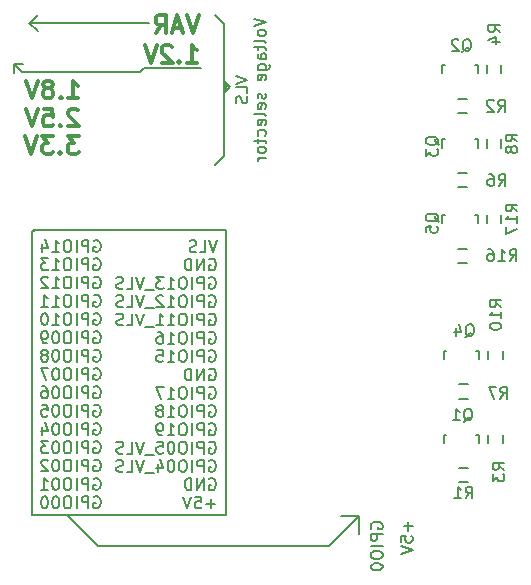
<source format=gbo>
G04 #@! TF.FileFunction,Legend,Bot*
%FSLAX46Y46*%
G04 Gerber Fmt 4.6, Leading zero omitted, Abs format (unit mm)*
G04 Created by KiCad (PCBNEW 4.0.0-rc1-stable) date 06/12/2015 04:25:02 p.m.*
%MOMM*%
G01*
G04 APERTURE LIST*
%ADD10C,0.100000*%
%ADD11C,0.150000*%
%ADD12C,0.200000*%
%ADD13C,0.300000*%
G04 APERTURE END LIST*
D10*
D11*
X176601429Y-107934286D02*
X176601429Y-108696191D01*
X176982381Y-108315239D02*
X176220476Y-108315239D01*
X175982381Y-109648572D02*
X175982381Y-109172381D01*
X176458571Y-109124762D01*
X176410952Y-109172381D01*
X176363333Y-109267619D01*
X176363333Y-109505715D01*
X176410952Y-109600953D01*
X176458571Y-109648572D01*
X176553810Y-109696191D01*
X176791905Y-109696191D01*
X176887143Y-109648572D01*
X176934762Y-109600953D01*
X176982381Y-109505715D01*
X176982381Y-109267619D01*
X176934762Y-109172381D01*
X176887143Y-109124762D01*
X175982381Y-109981905D02*
X176982381Y-110315238D01*
X175982381Y-110648572D01*
X173490000Y-108505810D02*
X173442381Y-108410572D01*
X173442381Y-108267715D01*
X173490000Y-108124857D01*
X173585238Y-108029619D01*
X173680476Y-107982000D01*
X173870952Y-107934381D01*
X174013810Y-107934381D01*
X174204286Y-107982000D01*
X174299524Y-108029619D01*
X174394762Y-108124857D01*
X174442381Y-108267715D01*
X174442381Y-108362953D01*
X174394762Y-108505810D01*
X174347143Y-108553429D01*
X174013810Y-108553429D01*
X174013810Y-108362953D01*
X174442381Y-108982000D02*
X173442381Y-108982000D01*
X173442381Y-109362953D01*
X173490000Y-109458191D01*
X173537619Y-109505810D01*
X173632857Y-109553429D01*
X173775714Y-109553429D01*
X173870952Y-109505810D01*
X173918571Y-109458191D01*
X173966190Y-109362953D01*
X173966190Y-108982000D01*
X174442381Y-109982000D02*
X173442381Y-109982000D01*
X173442381Y-110648666D02*
X173442381Y-110839143D01*
X173490000Y-110934381D01*
X173585238Y-111029619D01*
X173775714Y-111077238D01*
X174109048Y-111077238D01*
X174299524Y-111029619D01*
X174394762Y-110934381D01*
X174442381Y-110839143D01*
X174442381Y-110648666D01*
X174394762Y-110553428D01*
X174299524Y-110458190D01*
X174109048Y-110410571D01*
X173775714Y-110410571D01*
X173585238Y-110458190D01*
X173490000Y-110553428D01*
X173442381Y-110648666D01*
X173442381Y-111696285D02*
X173442381Y-111791524D01*
X173490000Y-111886762D01*
X173537619Y-111934381D01*
X173632857Y-111982000D01*
X173823333Y-112029619D01*
X174061429Y-112029619D01*
X174251905Y-111982000D01*
X174347143Y-111934381D01*
X174394762Y-111886762D01*
X174442381Y-111791524D01*
X174442381Y-111696285D01*
X174394762Y-111601047D01*
X174347143Y-111553428D01*
X174251905Y-111505809D01*
X174061429Y-111458190D01*
X173823333Y-111458190D01*
X173632857Y-111505809D01*
X173537619Y-111553428D01*
X173490000Y-111601047D01*
X173442381Y-111696285D01*
D12*
X161544000Y-71120000D02*
X161036000Y-71628000D01*
X161036000Y-70612000D02*
X161544000Y-71120000D01*
X161036000Y-71374000D02*
X161036000Y-71628000D01*
X161290000Y-71120000D02*
X161036000Y-71374000D01*
X161036000Y-70866000D02*
X161290000Y-71120000D01*
D11*
X161999381Y-70159714D02*
X162999381Y-70493047D01*
X161999381Y-70826381D01*
X162999381Y-71635905D02*
X162999381Y-71159714D01*
X161999381Y-71159714D01*
X162951762Y-71921619D02*
X162999381Y-72064476D01*
X162999381Y-72302572D01*
X162951762Y-72397810D01*
X162904143Y-72445429D01*
X162808905Y-72493048D01*
X162713667Y-72493048D01*
X162618429Y-72445429D01*
X162570810Y-72397810D01*
X162523190Y-72302572D01*
X162475571Y-72112095D01*
X162427952Y-72016857D01*
X162380333Y-71969238D01*
X162285095Y-71921619D01*
X162189857Y-71921619D01*
X162094619Y-71969238D01*
X162047000Y-72016857D01*
X161999381Y-72112095D01*
X161999381Y-72350191D01*
X162047000Y-72493048D01*
X163549381Y-65326379D02*
X164549381Y-65659712D01*
X163549381Y-65993046D01*
X164549381Y-66469236D02*
X164501762Y-66373998D01*
X164454143Y-66326379D01*
X164358905Y-66278760D01*
X164073190Y-66278760D01*
X163977952Y-66326379D01*
X163930333Y-66373998D01*
X163882714Y-66469236D01*
X163882714Y-66612094D01*
X163930333Y-66707332D01*
X163977952Y-66754951D01*
X164073190Y-66802570D01*
X164358905Y-66802570D01*
X164454143Y-66754951D01*
X164501762Y-66707332D01*
X164549381Y-66612094D01*
X164549381Y-66469236D01*
X164549381Y-67373998D02*
X164501762Y-67278760D01*
X164406524Y-67231141D01*
X163549381Y-67231141D01*
X163882714Y-67612094D02*
X163882714Y-67993046D01*
X163549381Y-67754951D02*
X164406524Y-67754951D01*
X164501762Y-67802570D01*
X164549381Y-67897808D01*
X164549381Y-67993046D01*
X164549381Y-68754952D02*
X164025571Y-68754952D01*
X163930333Y-68707333D01*
X163882714Y-68612095D01*
X163882714Y-68421618D01*
X163930333Y-68326380D01*
X164501762Y-68754952D02*
X164549381Y-68659714D01*
X164549381Y-68421618D01*
X164501762Y-68326380D01*
X164406524Y-68278761D01*
X164311286Y-68278761D01*
X164216048Y-68326380D01*
X164168429Y-68421618D01*
X164168429Y-68659714D01*
X164120810Y-68754952D01*
X163882714Y-69659714D02*
X164692238Y-69659714D01*
X164787476Y-69612095D01*
X164835095Y-69564476D01*
X164882714Y-69469237D01*
X164882714Y-69326380D01*
X164835095Y-69231142D01*
X164501762Y-69659714D02*
X164549381Y-69564476D01*
X164549381Y-69373999D01*
X164501762Y-69278761D01*
X164454143Y-69231142D01*
X164358905Y-69183523D01*
X164073190Y-69183523D01*
X163977952Y-69231142D01*
X163930333Y-69278761D01*
X163882714Y-69373999D01*
X163882714Y-69564476D01*
X163930333Y-69659714D01*
X164501762Y-70516857D02*
X164549381Y-70421619D01*
X164549381Y-70231142D01*
X164501762Y-70135904D01*
X164406524Y-70088285D01*
X164025571Y-70088285D01*
X163930333Y-70135904D01*
X163882714Y-70231142D01*
X163882714Y-70421619D01*
X163930333Y-70516857D01*
X164025571Y-70564476D01*
X164120810Y-70564476D01*
X164216048Y-70088285D01*
X164501762Y-71707333D02*
X164549381Y-71802571D01*
X164549381Y-71993047D01*
X164501762Y-72088286D01*
X164406524Y-72135905D01*
X164358905Y-72135905D01*
X164263667Y-72088286D01*
X164216048Y-71993047D01*
X164216048Y-71850190D01*
X164168429Y-71754952D01*
X164073190Y-71707333D01*
X164025571Y-71707333D01*
X163930333Y-71754952D01*
X163882714Y-71850190D01*
X163882714Y-71993047D01*
X163930333Y-72088286D01*
X164501762Y-72945429D02*
X164549381Y-72850191D01*
X164549381Y-72659714D01*
X164501762Y-72564476D01*
X164406524Y-72516857D01*
X164025571Y-72516857D01*
X163930333Y-72564476D01*
X163882714Y-72659714D01*
X163882714Y-72850191D01*
X163930333Y-72945429D01*
X164025571Y-72993048D01*
X164120810Y-72993048D01*
X164216048Y-72516857D01*
X164549381Y-73564476D02*
X164501762Y-73469238D01*
X164406524Y-73421619D01*
X163549381Y-73421619D01*
X164501762Y-74326382D02*
X164549381Y-74231144D01*
X164549381Y-74040667D01*
X164501762Y-73945429D01*
X164406524Y-73897810D01*
X164025571Y-73897810D01*
X163930333Y-73945429D01*
X163882714Y-74040667D01*
X163882714Y-74231144D01*
X163930333Y-74326382D01*
X164025571Y-74374001D01*
X164120810Y-74374001D01*
X164216048Y-73897810D01*
X164501762Y-75231144D02*
X164549381Y-75135906D01*
X164549381Y-74945429D01*
X164501762Y-74850191D01*
X164454143Y-74802572D01*
X164358905Y-74754953D01*
X164073190Y-74754953D01*
X163977952Y-74802572D01*
X163930333Y-74850191D01*
X163882714Y-74945429D01*
X163882714Y-75135906D01*
X163930333Y-75231144D01*
X163882714Y-75516858D02*
X163882714Y-75897810D01*
X163549381Y-75659715D02*
X164406524Y-75659715D01*
X164501762Y-75707334D01*
X164549381Y-75802572D01*
X164549381Y-75897810D01*
X164549381Y-76374001D02*
X164501762Y-76278763D01*
X164454143Y-76231144D01*
X164358905Y-76183525D01*
X164073190Y-76183525D01*
X163977952Y-76231144D01*
X163930333Y-76278763D01*
X163882714Y-76374001D01*
X163882714Y-76516859D01*
X163930333Y-76612097D01*
X163977952Y-76659716D01*
X164073190Y-76707335D01*
X164358905Y-76707335D01*
X164454143Y-76659716D01*
X164501762Y-76612097D01*
X164549381Y-76516859D01*
X164549381Y-76374001D01*
X164549381Y-77135906D02*
X163882714Y-77135906D01*
X164073190Y-77135906D02*
X163977952Y-77183525D01*
X163930333Y-77231144D01*
X163882714Y-77326382D01*
X163882714Y-77421621D01*
D12*
X161036000Y-76962000D02*
X160274000Y-77724000D01*
X161036000Y-76454000D02*
X161036000Y-76962000D01*
X161036000Y-65786000D02*
X161036000Y-76454000D01*
X160274000Y-65024000D02*
X161036000Y-65786000D01*
X172466000Y-107442000D02*
X169926000Y-109982000D01*
X172466000Y-107442000D02*
X172466000Y-108712000D01*
X172466000Y-108712000D02*
X172466000Y-108966000D01*
X172466000Y-107442000D02*
X170942000Y-107442000D01*
X169926000Y-109982000D02*
X150368000Y-109982000D01*
X147828000Y-107442000D02*
X150368000Y-109982000D01*
X144790000Y-83290000D02*
X144900000Y-83290000D01*
X144790000Y-107350000D02*
X144790000Y-83290000D01*
X144870000Y-107350000D02*
X144790000Y-107350000D01*
X161190000Y-107350000D02*
X144870000Y-107350000D01*
X161190000Y-83270000D02*
X161190000Y-107350000D01*
X144820000Y-83270000D02*
X161190000Y-83270000D01*
D11*
X160432762Y-84106381D02*
X160099429Y-85106381D01*
X159766095Y-84106381D01*
X158956571Y-85106381D02*
X159432762Y-85106381D01*
X159432762Y-84106381D01*
X158670857Y-85058762D02*
X158528000Y-85106381D01*
X158289904Y-85106381D01*
X158194666Y-85058762D01*
X158147047Y-85011143D01*
X158099428Y-84915905D01*
X158099428Y-84820667D01*
X158147047Y-84725429D01*
X158194666Y-84677810D01*
X158289904Y-84630190D01*
X158480381Y-84582571D01*
X158575619Y-84534952D01*
X158623238Y-84487333D01*
X158670857Y-84392095D01*
X158670857Y-84296857D01*
X158623238Y-84201619D01*
X158575619Y-84154000D01*
X158480381Y-84106381D01*
X158242285Y-84106381D01*
X158099428Y-84154000D01*
X159766095Y-85704000D02*
X159861333Y-85656381D01*
X160004190Y-85656381D01*
X160147048Y-85704000D01*
X160242286Y-85799238D01*
X160289905Y-85894476D01*
X160337524Y-86084952D01*
X160337524Y-86227810D01*
X160289905Y-86418286D01*
X160242286Y-86513524D01*
X160147048Y-86608762D01*
X160004190Y-86656381D01*
X159908952Y-86656381D01*
X159766095Y-86608762D01*
X159718476Y-86561143D01*
X159718476Y-86227810D01*
X159908952Y-86227810D01*
X159289905Y-86656381D02*
X159289905Y-85656381D01*
X158718476Y-86656381D01*
X158718476Y-85656381D01*
X158242286Y-86656381D02*
X158242286Y-85656381D01*
X158004191Y-85656381D01*
X157861333Y-85704000D01*
X157766095Y-85799238D01*
X157718476Y-85894476D01*
X157670857Y-86084952D01*
X157670857Y-86227810D01*
X157718476Y-86418286D01*
X157766095Y-86513524D01*
X157861333Y-86608762D01*
X158004191Y-86656381D01*
X158242286Y-86656381D01*
X159766095Y-87254000D02*
X159861333Y-87206381D01*
X160004190Y-87206381D01*
X160147048Y-87254000D01*
X160242286Y-87349238D01*
X160289905Y-87444476D01*
X160337524Y-87634952D01*
X160337524Y-87777810D01*
X160289905Y-87968286D01*
X160242286Y-88063524D01*
X160147048Y-88158762D01*
X160004190Y-88206381D01*
X159908952Y-88206381D01*
X159766095Y-88158762D01*
X159718476Y-88111143D01*
X159718476Y-87777810D01*
X159908952Y-87777810D01*
X159289905Y-88206381D02*
X159289905Y-87206381D01*
X158908952Y-87206381D01*
X158813714Y-87254000D01*
X158766095Y-87301619D01*
X158718476Y-87396857D01*
X158718476Y-87539714D01*
X158766095Y-87634952D01*
X158813714Y-87682571D01*
X158908952Y-87730190D01*
X159289905Y-87730190D01*
X158289905Y-88206381D02*
X158289905Y-87206381D01*
X157623239Y-87206381D02*
X157432762Y-87206381D01*
X157337524Y-87254000D01*
X157242286Y-87349238D01*
X157194667Y-87539714D01*
X157194667Y-87873048D01*
X157242286Y-88063524D01*
X157337524Y-88158762D01*
X157432762Y-88206381D01*
X157623239Y-88206381D01*
X157718477Y-88158762D01*
X157813715Y-88063524D01*
X157861334Y-87873048D01*
X157861334Y-87539714D01*
X157813715Y-87349238D01*
X157718477Y-87254000D01*
X157623239Y-87206381D01*
X156242286Y-88206381D02*
X156813715Y-88206381D01*
X156528001Y-88206381D02*
X156528001Y-87206381D01*
X156623239Y-87349238D01*
X156718477Y-87444476D01*
X156813715Y-87492095D01*
X155908953Y-87206381D02*
X155289905Y-87206381D01*
X155623239Y-87587333D01*
X155480381Y-87587333D01*
X155385143Y-87634952D01*
X155337524Y-87682571D01*
X155289905Y-87777810D01*
X155289905Y-88015905D01*
X155337524Y-88111143D01*
X155385143Y-88158762D01*
X155480381Y-88206381D01*
X155766096Y-88206381D01*
X155861334Y-88158762D01*
X155908953Y-88111143D01*
X155099429Y-88301619D02*
X154337524Y-88301619D01*
X154242286Y-87206381D02*
X153908953Y-88206381D01*
X153575619Y-87206381D01*
X152766095Y-88206381D02*
X153242286Y-88206381D01*
X153242286Y-87206381D01*
X152480381Y-88158762D02*
X152337524Y-88206381D01*
X152099428Y-88206381D01*
X152004190Y-88158762D01*
X151956571Y-88111143D01*
X151908952Y-88015905D01*
X151908952Y-87920667D01*
X151956571Y-87825429D01*
X152004190Y-87777810D01*
X152099428Y-87730190D01*
X152289905Y-87682571D01*
X152385143Y-87634952D01*
X152432762Y-87587333D01*
X152480381Y-87492095D01*
X152480381Y-87396857D01*
X152432762Y-87301619D01*
X152385143Y-87254000D01*
X152289905Y-87206381D01*
X152051809Y-87206381D01*
X151908952Y-87254000D01*
X159766095Y-88804000D02*
X159861333Y-88756381D01*
X160004190Y-88756381D01*
X160147048Y-88804000D01*
X160242286Y-88899238D01*
X160289905Y-88994476D01*
X160337524Y-89184952D01*
X160337524Y-89327810D01*
X160289905Y-89518286D01*
X160242286Y-89613524D01*
X160147048Y-89708762D01*
X160004190Y-89756381D01*
X159908952Y-89756381D01*
X159766095Y-89708762D01*
X159718476Y-89661143D01*
X159718476Y-89327810D01*
X159908952Y-89327810D01*
X159289905Y-89756381D02*
X159289905Y-88756381D01*
X158908952Y-88756381D01*
X158813714Y-88804000D01*
X158766095Y-88851619D01*
X158718476Y-88946857D01*
X158718476Y-89089714D01*
X158766095Y-89184952D01*
X158813714Y-89232571D01*
X158908952Y-89280190D01*
X159289905Y-89280190D01*
X158289905Y-89756381D02*
X158289905Y-88756381D01*
X157623239Y-88756381D02*
X157432762Y-88756381D01*
X157337524Y-88804000D01*
X157242286Y-88899238D01*
X157194667Y-89089714D01*
X157194667Y-89423048D01*
X157242286Y-89613524D01*
X157337524Y-89708762D01*
X157432762Y-89756381D01*
X157623239Y-89756381D01*
X157718477Y-89708762D01*
X157813715Y-89613524D01*
X157861334Y-89423048D01*
X157861334Y-89089714D01*
X157813715Y-88899238D01*
X157718477Y-88804000D01*
X157623239Y-88756381D01*
X156242286Y-89756381D02*
X156813715Y-89756381D01*
X156528001Y-89756381D02*
X156528001Y-88756381D01*
X156623239Y-88899238D01*
X156718477Y-88994476D01*
X156813715Y-89042095D01*
X155861334Y-88851619D02*
X155813715Y-88804000D01*
X155718477Y-88756381D01*
X155480381Y-88756381D01*
X155385143Y-88804000D01*
X155337524Y-88851619D01*
X155289905Y-88946857D01*
X155289905Y-89042095D01*
X155337524Y-89184952D01*
X155908953Y-89756381D01*
X155289905Y-89756381D01*
X155099429Y-89851619D02*
X154337524Y-89851619D01*
X154242286Y-88756381D02*
X153908953Y-89756381D01*
X153575619Y-88756381D01*
X152766095Y-89756381D02*
X153242286Y-89756381D01*
X153242286Y-88756381D01*
X152480381Y-89708762D02*
X152337524Y-89756381D01*
X152099428Y-89756381D01*
X152004190Y-89708762D01*
X151956571Y-89661143D01*
X151908952Y-89565905D01*
X151908952Y-89470667D01*
X151956571Y-89375429D01*
X152004190Y-89327810D01*
X152099428Y-89280190D01*
X152289905Y-89232571D01*
X152385143Y-89184952D01*
X152432762Y-89137333D01*
X152480381Y-89042095D01*
X152480381Y-88946857D01*
X152432762Y-88851619D01*
X152385143Y-88804000D01*
X152289905Y-88756381D01*
X152051809Y-88756381D01*
X151908952Y-88804000D01*
X159766095Y-90354000D02*
X159861333Y-90306381D01*
X160004190Y-90306381D01*
X160147048Y-90354000D01*
X160242286Y-90449238D01*
X160289905Y-90544476D01*
X160337524Y-90734952D01*
X160337524Y-90877810D01*
X160289905Y-91068286D01*
X160242286Y-91163524D01*
X160147048Y-91258762D01*
X160004190Y-91306381D01*
X159908952Y-91306381D01*
X159766095Y-91258762D01*
X159718476Y-91211143D01*
X159718476Y-90877810D01*
X159908952Y-90877810D01*
X159289905Y-91306381D02*
X159289905Y-90306381D01*
X158908952Y-90306381D01*
X158813714Y-90354000D01*
X158766095Y-90401619D01*
X158718476Y-90496857D01*
X158718476Y-90639714D01*
X158766095Y-90734952D01*
X158813714Y-90782571D01*
X158908952Y-90830190D01*
X159289905Y-90830190D01*
X158289905Y-91306381D02*
X158289905Y-90306381D01*
X157623239Y-90306381D02*
X157432762Y-90306381D01*
X157337524Y-90354000D01*
X157242286Y-90449238D01*
X157194667Y-90639714D01*
X157194667Y-90973048D01*
X157242286Y-91163524D01*
X157337524Y-91258762D01*
X157432762Y-91306381D01*
X157623239Y-91306381D01*
X157718477Y-91258762D01*
X157813715Y-91163524D01*
X157861334Y-90973048D01*
X157861334Y-90639714D01*
X157813715Y-90449238D01*
X157718477Y-90354000D01*
X157623239Y-90306381D01*
X156242286Y-91306381D02*
X156813715Y-91306381D01*
X156528001Y-91306381D02*
X156528001Y-90306381D01*
X156623239Y-90449238D01*
X156718477Y-90544476D01*
X156813715Y-90592095D01*
X155289905Y-91306381D02*
X155861334Y-91306381D01*
X155575620Y-91306381D02*
X155575620Y-90306381D01*
X155670858Y-90449238D01*
X155766096Y-90544476D01*
X155861334Y-90592095D01*
X155099429Y-91401619D02*
X154337524Y-91401619D01*
X154242286Y-90306381D02*
X153908953Y-91306381D01*
X153575619Y-90306381D01*
X152766095Y-91306381D02*
X153242286Y-91306381D01*
X153242286Y-90306381D01*
X152480381Y-91258762D02*
X152337524Y-91306381D01*
X152099428Y-91306381D01*
X152004190Y-91258762D01*
X151956571Y-91211143D01*
X151908952Y-91115905D01*
X151908952Y-91020667D01*
X151956571Y-90925429D01*
X152004190Y-90877810D01*
X152099428Y-90830190D01*
X152289905Y-90782571D01*
X152385143Y-90734952D01*
X152432762Y-90687333D01*
X152480381Y-90592095D01*
X152480381Y-90496857D01*
X152432762Y-90401619D01*
X152385143Y-90354000D01*
X152289905Y-90306381D01*
X152051809Y-90306381D01*
X151908952Y-90354000D01*
X159766095Y-91904000D02*
X159861333Y-91856381D01*
X160004190Y-91856381D01*
X160147048Y-91904000D01*
X160242286Y-91999238D01*
X160289905Y-92094476D01*
X160337524Y-92284952D01*
X160337524Y-92427810D01*
X160289905Y-92618286D01*
X160242286Y-92713524D01*
X160147048Y-92808762D01*
X160004190Y-92856381D01*
X159908952Y-92856381D01*
X159766095Y-92808762D01*
X159718476Y-92761143D01*
X159718476Y-92427810D01*
X159908952Y-92427810D01*
X159289905Y-92856381D02*
X159289905Y-91856381D01*
X158908952Y-91856381D01*
X158813714Y-91904000D01*
X158766095Y-91951619D01*
X158718476Y-92046857D01*
X158718476Y-92189714D01*
X158766095Y-92284952D01*
X158813714Y-92332571D01*
X158908952Y-92380190D01*
X159289905Y-92380190D01*
X158289905Y-92856381D02*
X158289905Y-91856381D01*
X157623239Y-91856381D02*
X157432762Y-91856381D01*
X157337524Y-91904000D01*
X157242286Y-91999238D01*
X157194667Y-92189714D01*
X157194667Y-92523048D01*
X157242286Y-92713524D01*
X157337524Y-92808762D01*
X157432762Y-92856381D01*
X157623239Y-92856381D01*
X157718477Y-92808762D01*
X157813715Y-92713524D01*
X157861334Y-92523048D01*
X157861334Y-92189714D01*
X157813715Y-91999238D01*
X157718477Y-91904000D01*
X157623239Y-91856381D01*
X156242286Y-92856381D02*
X156813715Y-92856381D01*
X156528001Y-92856381D02*
X156528001Y-91856381D01*
X156623239Y-91999238D01*
X156718477Y-92094476D01*
X156813715Y-92142095D01*
X155385143Y-91856381D02*
X155575620Y-91856381D01*
X155670858Y-91904000D01*
X155718477Y-91951619D01*
X155813715Y-92094476D01*
X155861334Y-92284952D01*
X155861334Y-92665905D01*
X155813715Y-92761143D01*
X155766096Y-92808762D01*
X155670858Y-92856381D01*
X155480381Y-92856381D01*
X155385143Y-92808762D01*
X155337524Y-92761143D01*
X155289905Y-92665905D01*
X155289905Y-92427810D01*
X155337524Y-92332571D01*
X155385143Y-92284952D01*
X155480381Y-92237333D01*
X155670858Y-92237333D01*
X155766096Y-92284952D01*
X155813715Y-92332571D01*
X155861334Y-92427810D01*
X159766095Y-93454000D02*
X159861333Y-93406381D01*
X160004190Y-93406381D01*
X160147048Y-93454000D01*
X160242286Y-93549238D01*
X160289905Y-93644476D01*
X160337524Y-93834952D01*
X160337524Y-93977810D01*
X160289905Y-94168286D01*
X160242286Y-94263524D01*
X160147048Y-94358762D01*
X160004190Y-94406381D01*
X159908952Y-94406381D01*
X159766095Y-94358762D01*
X159718476Y-94311143D01*
X159718476Y-93977810D01*
X159908952Y-93977810D01*
X159289905Y-94406381D02*
X159289905Y-93406381D01*
X158908952Y-93406381D01*
X158813714Y-93454000D01*
X158766095Y-93501619D01*
X158718476Y-93596857D01*
X158718476Y-93739714D01*
X158766095Y-93834952D01*
X158813714Y-93882571D01*
X158908952Y-93930190D01*
X159289905Y-93930190D01*
X158289905Y-94406381D02*
X158289905Y-93406381D01*
X157623239Y-93406381D02*
X157432762Y-93406381D01*
X157337524Y-93454000D01*
X157242286Y-93549238D01*
X157194667Y-93739714D01*
X157194667Y-94073048D01*
X157242286Y-94263524D01*
X157337524Y-94358762D01*
X157432762Y-94406381D01*
X157623239Y-94406381D01*
X157718477Y-94358762D01*
X157813715Y-94263524D01*
X157861334Y-94073048D01*
X157861334Y-93739714D01*
X157813715Y-93549238D01*
X157718477Y-93454000D01*
X157623239Y-93406381D01*
X156242286Y-94406381D02*
X156813715Y-94406381D01*
X156528001Y-94406381D02*
X156528001Y-93406381D01*
X156623239Y-93549238D01*
X156718477Y-93644476D01*
X156813715Y-93692095D01*
X155337524Y-93406381D02*
X155813715Y-93406381D01*
X155861334Y-93882571D01*
X155813715Y-93834952D01*
X155718477Y-93787333D01*
X155480381Y-93787333D01*
X155385143Y-93834952D01*
X155337524Y-93882571D01*
X155289905Y-93977810D01*
X155289905Y-94215905D01*
X155337524Y-94311143D01*
X155385143Y-94358762D01*
X155480381Y-94406381D01*
X155718477Y-94406381D01*
X155813715Y-94358762D01*
X155861334Y-94311143D01*
X159766095Y-95004000D02*
X159861333Y-94956381D01*
X160004190Y-94956381D01*
X160147048Y-95004000D01*
X160242286Y-95099238D01*
X160289905Y-95194476D01*
X160337524Y-95384952D01*
X160337524Y-95527810D01*
X160289905Y-95718286D01*
X160242286Y-95813524D01*
X160147048Y-95908762D01*
X160004190Y-95956381D01*
X159908952Y-95956381D01*
X159766095Y-95908762D01*
X159718476Y-95861143D01*
X159718476Y-95527810D01*
X159908952Y-95527810D01*
X159289905Y-95956381D02*
X159289905Y-94956381D01*
X158718476Y-95956381D01*
X158718476Y-94956381D01*
X158242286Y-95956381D02*
X158242286Y-94956381D01*
X158004191Y-94956381D01*
X157861333Y-95004000D01*
X157766095Y-95099238D01*
X157718476Y-95194476D01*
X157670857Y-95384952D01*
X157670857Y-95527810D01*
X157718476Y-95718286D01*
X157766095Y-95813524D01*
X157861333Y-95908762D01*
X158004191Y-95956381D01*
X158242286Y-95956381D01*
X159766095Y-96554000D02*
X159861333Y-96506381D01*
X160004190Y-96506381D01*
X160147048Y-96554000D01*
X160242286Y-96649238D01*
X160289905Y-96744476D01*
X160337524Y-96934952D01*
X160337524Y-97077810D01*
X160289905Y-97268286D01*
X160242286Y-97363524D01*
X160147048Y-97458762D01*
X160004190Y-97506381D01*
X159908952Y-97506381D01*
X159766095Y-97458762D01*
X159718476Y-97411143D01*
X159718476Y-97077810D01*
X159908952Y-97077810D01*
X159289905Y-97506381D02*
X159289905Y-96506381D01*
X158908952Y-96506381D01*
X158813714Y-96554000D01*
X158766095Y-96601619D01*
X158718476Y-96696857D01*
X158718476Y-96839714D01*
X158766095Y-96934952D01*
X158813714Y-96982571D01*
X158908952Y-97030190D01*
X159289905Y-97030190D01*
X158289905Y-97506381D02*
X158289905Y-96506381D01*
X157623239Y-96506381D02*
X157432762Y-96506381D01*
X157337524Y-96554000D01*
X157242286Y-96649238D01*
X157194667Y-96839714D01*
X157194667Y-97173048D01*
X157242286Y-97363524D01*
X157337524Y-97458762D01*
X157432762Y-97506381D01*
X157623239Y-97506381D01*
X157718477Y-97458762D01*
X157813715Y-97363524D01*
X157861334Y-97173048D01*
X157861334Y-96839714D01*
X157813715Y-96649238D01*
X157718477Y-96554000D01*
X157623239Y-96506381D01*
X156242286Y-97506381D02*
X156813715Y-97506381D01*
X156528001Y-97506381D02*
X156528001Y-96506381D01*
X156623239Y-96649238D01*
X156718477Y-96744476D01*
X156813715Y-96792095D01*
X155908953Y-96506381D02*
X155242286Y-96506381D01*
X155670858Y-97506381D01*
X159766095Y-98104000D02*
X159861333Y-98056381D01*
X160004190Y-98056381D01*
X160147048Y-98104000D01*
X160242286Y-98199238D01*
X160289905Y-98294476D01*
X160337524Y-98484952D01*
X160337524Y-98627810D01*
X160289905Y-98818286D01*
X160242286Y-98913524D01*
X160147048Y-99008762D01*
X160004190Y-99056381D01*
X159908952Y-99056381D01*
X159766095Y-99008762D01*
X159718476Y-98961143D01*
X159718476Y-98627810D01*
X159908952Y-98627810D01*
X159289905Y-99056381D02*
X159289905Y-98056381D01*
X158908952Y-98056381D01*
X158813714Y-98104000D01*
X158766095Y-98151619D01*
X158718476Y-98246857D01*
X158718476Y-98389714D01*
X158766095Y-98484952D01*
X158813714Y-98532571D01*
X158908952Y-98580190D01*
X159289905Y-98580190D01*
X158289905Y-99056381D02*
X158289905Y-98056381D01*
X157623239Y-98056381D02*
X157432762Y-98056381D01*
X157337524Y-98104000D01*
X157242286Y-98199238D01*
X157194667Y-98389714D01*
X157194667Y-98723048D01*
X157242286Y-98913524D01*
X157337524Y-99008762D01*
X157432762Y-99056381D01*
X157623239Y-99056381D01*
X157718477Y-99008762D01*
X157813715Y-98913524D01*
X157861334Y-98723048D01*
X157861334Y-98389714D01*
X157813715Y-98199238D01*
X157718477Y-98104000D01*
X157623239Y-98056381D01*
X156242286Y-99056381D02*
X156813715Y-99056381D01*
X156528001Y-99056381D02*
X156528001Y-98056381D01*
X156623239Y-98199238D01*
X156718477Y-98294476D01*
X156813715Y-98342095D01*
X155670858Y-98484952D02*
X155766096Y-98437333D01*
X155813715Y-98389714D01*
X155861334Y-98294476D01*
X155861334Y-98246857D01*
X155813715Y-98151619D01*
X155766096Y-98104000D01*
X155670858Y-98056381D01*
X155480381Y-98056381D01*
X155385143Y-98104000D01*
X155337524Y-98151619D01*
X155289905Y-98246857D01*
X155289905Y-98294476D01*
X155337524Y-98389714D01*
X155385143Y-98437333D01*
X155480381Y-98484952D01*
X155670858Y-98484952D01*
X155766096Y-98532571D01*
X155813715Y-98580190D01*
X155861334Y-98675429D01*
X155861334Y-98865905D01*
X155813715Y-98961143D01*
X155766096Y-99008762D01*
X155670858Y-99056381D01*
X155480381Y-99056381D01*
X155385143Y-99008762D01*
X155337524Y-98961143D01*
X155289905Y-98865905D01*
X155289905Y-98675429D01*
X155337524Y-98580190D01*
X155385143Y-98532571D01*
X155480381Y-98484952D01*
X159766095Y-99654000D02*
X159861333Y-99606381D01*
X160004190Y-99606381D01*
X160147048Y-99654000D01*
X160242286Y-99749238D01*
X160289905Y-99844476D01*
X160337524Y-100034952D01*
X160337524Y-100177810D01*
X160289905Y-100368286D01*
X160242286Y-100463524D01*
X160147048Y-100558762D01*
X160004190Y-100606381D01*
X159908952Y-100606381D01*
X159766095Y-100558762D01*
X159718476Y-100511143D01*
X159718476Y-100177810D01*
X159908952Y-100177810D01*
X159289905Y-100606381D02*
X159289905Y-99606381D01*
X158908952Y-99606381D01*
X158813714Y-99654000D01*
X158766095Y-99701619D01*
X158718476Y-99796857D01*
X158718476Y-99939714D01*
X158766095Y-100034952D01*
X158813714Y-100082571D01*
X158908952Y-100130190D01*
X159289905Y-100130190D01*
X158289905Y-100606381D02*
X158289905Y-99606381D01*
X157623239Y-99606381D02*
X157432762Y-99606381D01*
X157337524Y-99654000D01*
X157242286Y-99749238D01*
X157194667Y-99939714D01*
X157194667Y-100273048D01*
X157242286Y-100463524D01*
X157337524Y-100558762D01*
X157432762Y-100606381D01*
X157623239Y-100606381D01*
X157718477Y-100558762D01*
X157813715Y-100463524D01*
X157861334Y-100273048D01*
X157861334Y-99939714D01*
X157813715Y-99749238D01*
X157718477Y-99654000D01*
X157623239Y-99606381D01*
X156242286Y-100606381D02*
X156813715Y-100606381D01*
X156528001Y-100606381D02*
X156528001Y-99606381D01*
X156623239Y-99749238D01*
X156718477Y-99844476D01*
X156813715Y-99892095D01*
X155766096Y-100606381D02*
X155575620Y-100606381D01*
X155480381Y-100558762D01*
X155432762Y-100511143D01*
X155337524Y-100368286D01*
X155289905Y-100177810D01*
X155289905Y-99796857D01*
X155337524Y-99701619D01*
X155385143Y-99654000D01*
X155480381Y-99606381D01*
X155670858Y-99606381D01*
X155766096Y-99654000D01*
X155813715Y-99701619D01*
X155861334Y-99796857D01*
X155861334Y-100034952D01*
X155813715Y-100130190D01*
X155766096Y-100177810D01*
X155670858Y-100225429D01*
X155480381Y-100225429D01*
X155385143Y-100177810D01*
X155337524Y-100130190D01*
X155289905Y-100034952D01*
X159766095Y-101204000D02*
X159861333Y-101156381D01*
X160004190Y-101156381D01*
X160147048Y-101204000D01*
X160242286Y-101299238D01*
X160289905Y-101394476D01*
X160337524Y-101584952D01*
X160337524Y-101727810D01*
X160289905Y-101918286D01*
X160242286Y-102013524D01*
X160147048Y-102108762D01*
X160004190Y-102156381D01*
X159908952Y-102156381D01*
X159766095Y-102108762D01*
X159718476Y-102061143D01*
X159718476Y-101727810D01*
X159908952Y-101727810D01*
X159289905Y-102156381D02*
X159289905Y-101156381D01*
X158908952Y-101156381D01*
X158813714Y-101204000D01*
X158766095Y-101251619D01*
X158718476Y-101346857D01*
X158718476Y-101489714D01*
X158766095Y-101584952D01*
X158813714Y-101632571D01*
X158908952Y-101680190D01*
X159289905Y-101680190D01*
X158289905Y-102156381D02*
X158289905Y-101156381D01*
X157623239Y-101156381D02*
X157432762Y-101156381D01*
X157337524Y-101204000D01*
X157242286Y-101299238D01*
X157194667Y-101489714D01*
X157194667Y-101823048D01*
X157242286Y-102013524D01*
X157337524Y-102108762D01*
X157432762Y-102156381D01*
X157623239Y-102156381D01*
X157718477Y-102108762D01*
X157813715Y-102013524D01*
X157861334Y-101823048D01*
X157861334Y-101489714D01*
X157813715Y-101299238D01*
X157718477Y-101204000D01*
X157623239Y-101156381D01*
X156575620Y-101156381D02*
X156480381Y-101156381D01*
X156385143Y-101204000D01*
X156337524Y-101251619D01*
X156289905Y-101346857D01*
X156242286Y-101537333D01*
X156242286Y-101775429D01*
X156289905Y-101965905D01*
X156337524Y-102061143D01*
X156385143Y-102108762D01*
X156480381Y-102156381D01*
X156575620Y-102156381D01*
X156670858Y-102108762D01*
X156718477Y-102061143D01*
X156766096Y-101965905D01*
X156813715Y-101775429D01*
X156813715Y-101537333D01*
X156766096Y-101346857D01*
X156718477Y-101251619D01*
X156670858Y-101204000D01*
X156575620Y-101156381D01*
X155337524Y-101156381D02*
X155813715Y-101156381D01*
X155861334Y-101632571D01*
X155813715Y-101584952D01*
X155718477Y-101537333D01*
X155480381Y-101537333D01*
X155385143Y-101584952D01*
X155337524Y-101632571D01*
X155289905Y-101727810D01*
X155289905Y-101965905D01*
X155337524Y-102061143D01*
X155385143Y-102108762D01*
X155480381Y-102156381D01*
X155718477Y-102156381D01*
X155813715Y-102108762D01*
X155861334Y-102061143D01*
X155099429Y-102251619D02*
X154337524Y-102251619D01*
X154242286Y-101156381D02*
X153908953Y-102156381D01*
X153575619Y-101156381D01*
X152766095Y-102156381D02*
X153242286Y-102156381D01*
X153242286Y-101156381D01*
X152480381Y-102108762D02*
X152337524Y-102156381D01*
X152099428Y-102156381D01*
X152004190Y-102108762D01*
X151956571Y-102061143D01*
X151908952Y-101965905D01*
X151908952Y-101870667D01*
X151956571Y-101775429D01*
X152004190Y-101727810D01*
X152099428Y-101680190D01*
X152289905Y-101632571D01*
X152385143Y-101584952D01*
X152432762Y-101537333D01*
X152480381Y-101442095D01*
X152480381Y-101346857D01*
X152432762Y-101251619D01*
X152385143Y-101204000D01*
X152289905Y-101156381D01*
X152051809Y-101156381D01*
X151908952Y-101204000D01*
X159766095Y-102754000D02*
X159861333Y-102706381D01*
X160004190Y-102706381D01*
X160147048Y-102754000D01*
X160242286Y-102849238D01*
X160289905Y-102944476D01*
X160337524Y-103134952D01*
X160337524Y-103277810D01*
X160289905Y-103468286D01*
X160242286Y-103563524D01*
X160147048Y-103658762D01*
X160004190Y-103706381D01*
X159908952Y-103706381D01*
X159766095Y-103658762D01*
X159718476Y-103611143D01*
X159718476Y-103277810D01*
X159908952Y-103277810D01*
X159289905Y-103706381D02*
X159289905Y-102706381D01*
X158908952Y-102706381D01*
X158813714Y-102754000D01*
X158766095Y-102801619D01*
X158718476Y-102896857D01*
X158718476Y-103039714D01*
X158766095Y-103134952D01*
X158813714Y-103182571D01*
X158908952Y-103230190D01*
X159289905Y-103230190D01*
X158289905Y-103706381D02*
X158289905Y-102706381D01*
X157623239Y-102706381D02*
X157432762Y-102706381D01*
X157337524Y-102754000D01*
X157242286Y-102849238D01*
X157194667Y-103039714D01*
X157194667Y-103373048D01*
X157242286Y-103563524D01*
X157337524Y-103658762D01*
X157432762Y-103706381D01*
X157623239Y-103706381D01*
X157718477Y-103658762D01*
X157813715Y-103563524D01*
X157861334Y-103373048D01*
X157861334Y-103039714D01*
X157813715Y-102849238D01*
X157718477Y-102754000D01*
X157623239Y-102706381D01*
X156575620Y-102706381D02*
X156480381Y-102706381D01*
X156385143Y-102754000D01*
X156337524Y-102801619D01*
X156289905Y-102896857D01*
X156242286Y-103087333D01*
X156242286Y-103325429D01*
X156289905Y-103515905D01*
X156337524Y-103611143D01*
X156385143Y-103658762D01*
X156480381Y-103706381D01*
X156575620Y-103706381D01*
X156670858Y-103658762D01*
X156718477Y-103611143D01*
X156766096Y-103515905D01*
X156813715Y-103325429D01*
X156813715Y-103087333D01*
X156766096Y-102896857D01*
X156718477Y-102801619D01*
X156670858Y-102754000D01*
X156575620Y-102706381D01*
X155385143Y-103039714D02*
X155385143Y-103706381D01*
X155623239Y-102658762D02*
X155861334Y-103373048D01*
X155242286Y-103373048D01*
X155099429Y-103801619D02*
X154337524Y-103801619D01*
X154242286Y-102706381D02*
X153908953Y-103706381D01*
X153575619Y-102706381D01*
X152766095Y-103706381D02*
X153242286Y-103706381D01*
X153242286Y-102706381D01*
X152480381Y-103658762D02*
X152337524Y-103706381D01*
X152099428Y-103706381D01*
X152004190Y-103658762D01*
X151956571Y-103611143D01*
X151908952Y-103515905D01*
X151908952Y-103420667D01*
X151956571Y-103325429D01*
X152004190Y-103277810D01*
X152099428Y-103230190D01*
X152289905Y-103182571D01*
X152385143Y-103134952D01*
X152432762Y-103087333D01*
X152480381Y-102992095D01*
X152480381Y-102896857D01*
X152432762Y-102801619D01*
X152385143Y-102754000D01*
X152289905Y-102706381D01*
X152051809Y-102706381D01*
X151908952Y-102754000D01*
X159766095Y-104304000D02*
X159861333Y-104256381D01*
X160004190Y-104256381D01*
X160147048Y-104304000D01*
X160242286Y-104399238D01*
X160289905Y-104494476D01*
X160337524Y-104684952D01*
X160337524Y-104827810D01*
X160289905Y-105018286D01*
X160242286Y-105113524D01*
X160147048Y-105208762D01*
X160004190Y-105256381D01*
X159908952Y-105256381D01*
X159766095Y-105208762D01*
X159718476Y-105161143D01*
X159718476Y-104827810D01*
X159908952Y-104827810D01*
X159289905Y-105256381D02*
X159289905Y-104256381D01*
X158718476Y-105256381D01*
X158718476Y-104256381D01*
X158242286Y-105256381D02*
X158242286Y-104256381D01*
X158004191Y-104256381D01*
X157861333Y-104304000D01*
X157766095Y-104399238D01*
X157718476Y-104494476D01*
X157670857Y-104684952D01*
X157670857Y-104827810D01*
X157718476Y-105018286D01*
X157766095Y-105113524D01*
X157861333Y-105208762D01*
X158004191Y-105256381D01*
X158242286Y-105256381D01*
X160289905Y-106425429D02*
X159528000Y-106425429D01*
X159908952Y-106806381D02*
X159908952Y-106044476D01*
X158575619Y-105806381D02*
X159051810Y-105806381D01*
X159099429Y-106282571D01*
X159051810Y-106234952D01*
X158956572Y-106187333D01*
X158718476Y-106187333D01*
X158623238Y-106234952D01*
X158575619Y-106282571D01*
X158528000Y-106377810D01*
X158528000Y-106615905D01*
X158575619Y-106711143D01*
X158623238Y-106758762D01*
X158718476Y-106806381D01*
X158956572Y-106806381D01*
X159051810Y-106758762D01*
X159099429Y-106711143D01*
X158242286Y-105806381D02*
X157908953Y-106806381D01*
X157575619Y-105806381D01*
X150002380Y-84120000D02*
X150097618Y-84072381D01*
X150240475Y-84072381D01*
X150383333Y-84120000D01*
X150478571Y-84215238D01*
X150526190Y-84310476D01*
X150573809Y-84500952D01*
X150573809Y-84643810D01*
X150526190Y-84834286D01*
X150478571Y-84929524D01*
X150383333Y-85024762D01*
X150240475Y-85072381D01*
X150145237Y-85072381D01*
X150002380Y-85024762D01*
X149954761Y-84977143D01*
X149954761Y-84643810D01*
X150145237Y-84643810D01*
X149526190Y-85072381D02*
X149526190Y-84072381D01*
X149145237Y-84072381D01*
X149049999Y-84120000D01*
X149002380Y-84167619D01*
X148954761Y-84262857D01*
X148954761Y-84405714D01*
X149002380Y-84500952D01*
X149049999Y-84548571D01*
X149145237Y-84596190D01*
X149526190Y-84596190D01*
X148526190Y-85072381D02*
X148526190Y-84072381D01*
X147859524Y-84072381D02*
X147669047Y-84072381D01*
X147573809Y-84120000D01*
X147478571Y-84215238D01*
X147430952Y-84405714D01*
X147430952Y-84739048D01*
X147478571Y-84929524D01*
X147573809Y-85024762D01*
X147669047Y-85072381D01*
X147859524Y-85072381D01*
X147954762Y-85024762D01*
X148050000Y-84929524D01*
X148097619Y-84739048D01*
X148097619Y-84405714D01*
X148050000Y-84215238D01*
X147954762Y-84120000D01*
X147859524Y-84072381D01*
X146478571Y-85072381D02*
X147050000Y-85072381D01*
X146764286Y-85072381D02*
X146764286Y-84072381D01*
X146859524Y-84215238D01*
X146954762Y-84310476D01*
X147050000Y-84358095D01*
X145621428Y-84405714D02*
X145621428Y-85072381D01*
X145859524Y-84024762D02*
X146097619Y-84739048D01*
X145478571Y-84739048D01*
X150002380Y-85670000D02*
X150097618Y-85622381D01*
X150240475Y-85622381D01*
X150383333Y-85670000D01*
X150478571Y-85765238D01*
X150526190Y-85860476D01*
X150573809Y-86050952D01*
X150573809Y-86193810D01*
X150526190Y-86384286D01*
X150478571Y-86479524D01*
X150383333Y-86574762D01*
X150240475Y-86622381D01*
X150145237Y-86622381D01*
X150002380Y-86574762D01*
X149954761Y-86527143D01*
X149954761Y-86193810D01*
X150145237Y-86193810D01*
X149526190Y-86622381D02*
X149526190Y-85622381D01*
X149145237Y-85622381D01*
X149049999Y-85670000D01*
X149002380Y-85717619D01*
X148954761Y-85812857D01*
X148954761Y-85955714D01*
X149002380Y-86050952D01*
X149049999Y-86098571D01*
X149145237Y-86146190D01*
X149526190Y-86146190D01*
X148526190Y-86622381D02*
X148526190Y-85622381D01*
X147859524Y-85622381D02*
X147669047Y-85622381D01*
X147573809Y-85670000D01*
X147478571Y-85765238D01*
X147430952Y-85955714D01*
X147430952Y-86289048D01*
X147478571Y-86479524D01*
X147573809Y-86574762D01*
X147669047Y-86622381D01*
X147859524Y-86622381D01*
X147954762Y-86574762D01*
X148050000Y-86479524D01*
X148097619Y-86289048D01*
X148097619Y-85955714D01*
X148050000Y-85765238D01*
X147954762Y-85670000D01*
X147859524Y-85622381D01*
X146478571Y-86622381D02*
X147050000Y-86622381D01*
X146764286Y-86622381D02*
X146764286Y-85622381D01*
X146859524Y-85765238D01*
X146954762Y-85860476D01*
X147050000Y-85908095D01*
X146145238Y-85622381D02*
X145526190Y-85622381D01*
X145859524Y-86003333D01*
X145716666Y-86003333D01*
X145621428Y-86050952D01*
X145573809Y-86098571D01*
X145526190Y-86193810D01*
X145526190Y-86431905D01*
X145573809Y-86527143D01*
X145621428Y-86574762D01*
X145716666Y-86622381D01*
X146002381Y-86622381D01*
X146097619Y-86574762D01*
X146145238Y-86527143D01*
X150002380Y-87220000D02*
X150097618Y-87172381D01*
X150240475Y-87172381D01*
X150383333Y-87220000D01*
X150478571Y-87315238D01*
X150526190Y-87410476D01*
X150573809Y-87600952D01*
X150573809Y-87743810D01*
X150526190Y-87934286D01*
X150478571Y-88029524D01*
X150383333Y-88124762D01*
X150240475Y-88172381D01*
X150145237Y-88172381D01*
X150002380Y-88124762D01*
X149954761Y-88077143D01*
X149954761Y-87743810D01*
X150145237Y-87743810D01*
X149526190Y-88172381D02*
X149526190Y-87172381D01*
X149145237Y-87172381D01*
X149049999Y-87220000D01*
X149002380Y-87267619D01*
X148954761Y-87362857D01*
X148954761Y-87505714D01*
X149002380Y-87600952D01*
X149049999Y-87648571D01*
X149145237Y-87696190D01*
X149526190Y-87696190D01*
X148526190Y-88172381D02*
X148526190Y-87172381D01*
X147859524Y-87172381D02*
X147669047Y-87172381D01*
X147573809Y-87220000D01*
X147478571Y-87315238D01*
X147430952Y-87505714D01*
X147430952Y-87839048D01*
X147478571Y-88029524D01*
X147573809Y-88124762D01*
X147669047Y-88172381D01*
X147859524Y-88172381D01*
X147954762Y-88124762D01*
X148050000Y-88029524D01*
X148097619Y-87839048D01*
X148097619Y-87505714D01*
X148050000Y-87315238D01*
X147954762Y-87220000D01*
X147859524Y-87172381D01*
X146478571Y-88172381D02*
X147050000Y-88172381D01*
X146764286Y-88172381D02*
X146764286Y-87172381D01*
X146859524Y-87315238D01*
X146954762Y-87410476D01*
X147050000Y-87458095D01*
X146097619Y-87267619D02*
X146050000Y-87220000D01*
X145954762Y-87172381D01*
X145716666Y-87172381D01*
X145621428Y-87220000D01*
X145573809Y-87267619D01*
X145526190Y-87362857D01*
X145526190Y-87458095D01*
X145573809Y-87600952D01*
X146145238Y-88172381D01*
X145526190Y-88172381D01*
X150002380Y-88770000D02*
X150097618Y-88722381D01*
X150240475Y-88722381D01*
X150383333Y-88770000D01*
X150478571Y-88865238D01*
X150526190Y-88960476D01*
X150573809Y-89150952D01*
X150573809Y-89293810D01*
X150526190Y-89484286D01*
X150478571Y-89579524D01*
X150383333Y-89674762D01*
X150240475Y-89722381D01*
X150145237Y-89722381D01*
X150002380Y-89674762D01*
X149954761Y-89627143D01*
X149954761Y-89293810D01*
X150145237Y-89293810D01*
X149526190Y-89722381D02*
X149526190Y-88722381D01*
X149145237Y-88722381D01*
X149049999Y-88770000D01*
X149002380Y-88817619D01*
X148954761Y-88912857D01*
X148954761Y-89055714D01*
X149002380Y-89150952D01*
X149049999Y-89198571D01*
X149145237Y-89246190D01*
X149526190Y-89246190D01*
X148526190Y-89722381D02*
X148526190Y-88722381D01*
X147859524Y-88722381D02*
X147669047Y-88722381D01*
X147573809Y-88770000D01*
X147478571Y-88865238D01*
X147430952Y-89055714D01*
X147430952Y-89389048D01*
X147478571Y-89579524D01*
X147573809Y-89674762D01*
X147669047Y-89722381D01*
X147859524Y-89722381D01*
X147954762Y-89674762D01*
X148050000Y-89579524D01*
X148097619Y-89389048D01*
X148097619Y-89055714D01*
X148050000Y-88865238D01*
X147954762Y-88770000D01*
X147859524Y-88722381D01*
X146478571Y-89722381D02*
X147050000Y-89722381D01*
X146764286Y-89722381D02*
X146764286Y-88722381D01*
X146859524Y-88865238D01*
X146954762Y-88960476D01*
X147050000Y-89008095D01*
X145526190Y-89722381D02*
X146097619Y-89722381D01*
X145811905Y-89722381D02*
X145811905Y-88722381D01*
X145907143Y-88865238D01*
X146002381Y-88960476D01*
X146097619Y-89008095D01*
X150002380Y-90320000D02*
X150097618Y-90272381D01*
X150240475Y-90272381D01*
X150383333Y-90320000D01*
X150478571Y-90415238D01*
X150526190Y-90510476D01*
X150573809Y-90700952D01*
X150573809Y-90843810D01*
X150526190Y-91034286D01*
X150478571Y-91129524D01*
X150383333Y-91224762D01*
X150240475Y-91272381D01*
X150145237Y-91272381D01*
X150002380Y-91224762D01*
X149954761Y-91177143D01*
X149954761Y-90843810D01*
X150145237Y-90843810D01*
X149526190Y-91272381D02*
X149526190Y-90272381D01*
X149145237Y-90272381D01*
X149049999Y-90320000D01*
X149002380Y-90367619D01*
X148954761Y-90462857D01*
X148954761Y-90605714D01*
X149002380Y-90700952D01*
X149049999Y-90748571D01*
X149145237Y-90796190D01*
X149526190Y-90796190D01*
X148526190Y-91272381D02*
X148526190Y-90272381D01*
X147859524Y-90272381D02*
X147669047Y-90272381D01*
X147573809Y-90320000D01*
X147478571Y-90415238D01*
X147430952Y-90605714D01*
X147430952Y-90939048D01*
X147478571Y-91129524D01*
X147573809Y-91224762D01*
X147669047Y-91272381D01*
X147859524Y-91272381D01*
X147954762Y-91224762D01*
X148050000Y-91129524D01*
X148097619Y-90939048D01*
X148097619Y-90605714D01*
X148050000Y-90415238D01*
X147954762Y-90320000D01*
X147859524Y-90272381D01*
X146478571Y-91272381D02*
X147050000Y-91272381D01*
X146764286Y-91272381D02*
X146764286Y-90272381D01*
X146859524Y-90415238D01*
X146954762Y-90510476D01*
X147050000Y-90558095D01*
X145859524Y-90272381D02*
X145764285Y-90272381D01*
X145669047Y-90320000D01*
X145621428Y-90367619D01*
X145573809Y-90462857D01*
X145526190Y-90653333D01*
X145526190Y-90891429D01*
X145573809Y-91081905D01*
X145621428Y-91177143D01*
X145669047Y-91224762D01*
X145764285Y-91272381D01*
X145859524Y-91272381D01*
X145954762Y-91224762D01*
X146002381Y-91177143D01*
X146050000Y-91081905D01*
X146097619Y-90891429D01*
X146097619Y-90653333D01*
X146050000Y-90462857D01*
X146002381Y-90367619D01*
X145954762Y-90320000D01*
X145859524Y-90272381D01*
X150002380Y-91870000D02*
X150097618Y-91822381D01*
X150240475Y-91822381D01*
X150383333Y-91870000D01*
X150478571Y-91965238D01*
X150526190Y-92060476D01*
X150573809Y-92250952D01*
X150573809Y-92393810D01*
X150526190Y-92584286D01*
X150478571Y-92679524D01*
X150383333Y-92774762D01*
X150240475Y-92822381D01*
X150145237Y-92822381D01*
X150002380Y-92774762D01*
X149954761Y-92727143D01*
X149954761Y-92393810D01*
X150145237Y-92393810D01*
X149526190Y-92822381D02*
X149526190Y-91822381D01*
X149145237Y-91822381D01*
X149049999Y-91870000D01*
X149002380Y-91917619D01*
X148954761Y-92012857D01*
X148954761Y-92155714D01*
X149002380Y-92250952D01*
X149049999Y-92298571D01*
X149145237Y-92346190D01*
X149526190Y-92346190D01*
X148526190Y-92822381D02*
X148526190Y-91822381D01*
X147859524Y-91822381D02*
X147669047Y-91822381D01*
X147573809Y-91870000D01*
X147478571Y-91965238D01*
X147430952Y-92155714D01*
X147430952Y-92489048D01*
X147478571Y-92679524D01*
X147573809Y-92774762D01*
X147669047Y-92822381D01*
X147859524Y-92822381D01*
X147954762Y-92774762D01*
X148050000Y-92679524D01*
X148097619Y-92489048D01*
X148097619Y-92155714D01*
X148050000Y-91965238D01*
X147954762Y-91870000D01*
X147859524Y-91822381D01*
X146811905Y-91822381D02*
X146716666Y-91822381D01*
X146621428Y-91870000D01*
X146573809Y-91917619D01*
X146526190Y-92012857D01*
X146478571Y-92203333D01*
X146478571Y-92441429D01*
X146526190Y-92631905D01*
X146573809Y-92727143D01*
X146621428Y-92774762D01*
X146716666Y-92822381D01*
X146811905Y-92822381D01*
X146907143Y-92774762D01*
X146954762Y-92727143D01*
X147002381Y-92631905D01*
X147050000Y-92441429D01*
X147050000Y-92203333D01*
X147002381Y-92012857D01*
X146954762Y-91917619D01*
X146907143Y-91870000D01*
X146811905Y-91822381D01*
X146002381Y-92822381D02*
X145811905Y-92822381D01*
X145716666Y-92774762D01*
X145669047Y-92727143D01*
X145573809Y-92584286D01*
X145526190Y-92393810D01*
X145526190Y-92012857D01*
X145573809Y-91917619D01*
X145621428Y-91870000D01*
X145716666Y-91822381D01*
X145907143Y-91822381D01*
X146002381Y-91870000D01*
X146050000Y-91917619D01*
X146097619Y-92012857D01*
X146097619Y-92250952D01*
X146050000Y-92346190D01*
X146002381Y-92393810D01*
X145907143Y-92441429D01*
X145716666Y-92441429D01*
X145621428Y-92393810D01*
X145573809Y-92346190D01*
X145526190Y-92250952D01*
X150002380Y-93420000D02*
X150097618Y-93372381D01*
X150240475Y-93372381D01*
X150383333Y-93420000D01*
X150478571Y-93515238D01*
X150526190Y-93610476D01*
X150573809Y-93800952D01*
X150573809Y-93943810D01*
X150526190Y-94134286D01*
X150478571Y-94229524D01*
X150383333Y-94324762D01*
X150240475Y-94372381D01*
X150145237Y-94372381D01*
X150002380Y-94324762D01*
X149954761Y-94277143D01*
X149954761Y-93943810D01*
X150145237Y-93943810D01*
X149526190Y-94372381D02*
X149526190Y-93372381D01*
X149145237Y-93372381D01*
X149049999Y-93420000D01*
X149002380Y-93467619D01*
X148954761Y-93562857D01*
X148954761Y-93705714D01*
X149002380Y-93800952D01*
X149049999Y-93848571D01*
X149145237Y-93896190D01*
X149526190Y-93896190D01*
X148526190Y-94372381D02*
X148526190Y-93372381D01*
X147859524Y-93372381D02*
X147669047Y-93372381D01*
X147573809Y-93420000D01*
X147478571Y-93515238D01*
X147430952Y-93705714D01*
X147430952Y-94039048D01*
X147478571Y-94229524D01*
X147573809Y-94324762D01*
X147669047Y-94372381D01*
X147859524Y-94372381D01*
X147954762Y-94324762D01*
X148050000Y-94229524D01*
X148097619Y-94039048D01*
X148097619Y-93705714D01*
X148050000Y-93515238D01*
X147954762Y-93420000D01*
X147859524Y-93372381D01*
X146811905Y-93372381D02*
X146716666Y-93372381D01*
X146621428Y-93420000D01*
X146573809Y-93467619D01*
X146526190Y-93562857D01*
X146478571Y-93753333D01*
X146478571Y-93991429D01*
X146526190Y-94181905D01*
X146573809Y-94277143D01*
X146621428Y-94324762D01*
X146716666Y-94372381D01*
X146811905Y-94372381D01*
X146907143Y-94324762D01*
X146954762Y-94277143D01*
X147002381Y-94181905D01*
X147050000Y-93991429D01*
X147050000Y-93753333D01*
X147002381Y-93562857D01*
X146954762Y-93467619D01*
X146907143Y-93420000D01*
X146811905Y-93372381D01*
X145907143Y-93800952D02*
X146002381Y-93753333D01*
X146050000Y-93705714D01*
X146097619Y-93610476D01*
X146097619Y-93562857D01*
X146050000Y-93467619D01*
X146002381Y-93420000D01*
X145907143Y-93372381D01*
X145716666Y-93372381D01*
X145621428Y-93420000D01*
X145573809Y-93467619D01*
X145526190Y-93562857D01*
X145526190Y-93610476D01*
X145573809Y-93705714D01*
X145621428Y-93753333D01*
X145716666Y-93800952D01*
X145907143Y-93800952D01*
X146002381Y-93848571D01*
X146050000Y-93896190D01*
X146097619Y-93991429D01*
X146097619Y-94181905D01*
X146050000Y-94277143D01*
X146002381Y-94324762D01*
X145907143Y-94372381D01*
X145716666Y-94372381D01*
X145621428Y-94324762D01*
X145573809Y-94277143D01*
X145526190Y-94181905D01*
X145526190Y-93991429D01*
X145573809Y-93896190D01*
X145621428Y-93848571D01*
X145716666Y-93800952D01*
X150002380Y-94970000D02*
X150097618Y-94922381D01*
X150240475Y-94922381D01*
X150383333Y-94970000D01*
X150478571Y-95065238D01*
X150526190Y-95160476D01*
X150573809Y-95350952D01*
X150573809Y-95493810D01*
X150526190Y-95684286D01*
X150478571Y-95779524D01*
X150383333Y-95874762D01*
X150240475Y-95922381D01*
X150145237Y-95922381D01*
X150002380Y-95874762D01*
X149954761Y-95827143D01*
X149954761Y-95493810D01*
X150145237Y-95493810D01*
X149526190Y-95922381D02*
X149526190Y-94922381D01*
X149145237Y-94922381D01*
X149049999Y-94970000D01*
X149002380Y-95017619D01*
X148954761Y-95112857D01*
X148954761Y-95255714D01*
X149002380Y-95350952D01*
X149049999Y-95398571D01*
X149145237Y-95446190D01*
X149526190Y-95446190D01*
X148526190Y-95922381D02*
X148526190Y-94922381D01*
X147859524Y-94922381D02*
X147669047Y-94922381D01*
X147573809Y-94970000D01*
X147478571Y-95065238D01*
X147430952Y-95255714D01*
X147430952Y-95589048D01*
X147478571Y-95779524D01*
X147573809Y-95874762D01*
X147669047Y-95922381D01*
X147859524Y-95922381D01*
X147954762Y-95874762D01*
X148050000Y-95779524D01*
X148097619Y-95589048D01*
X148097619Y-95255714D01*
X148050000Y-95065238D01*
X147954762Y-94970000D01*
X147859524Y-94922381D01*
X146811905Y-94922381D02*
X146716666Y-94922381D01*
X146621428Y-94970000D01*
X146573809Y-95017619D01*
X146526190Y-95112857D01*
X146478571Y-95303333D01*
X146478571Y-95541429D01*
X146526190Y-95731905D01*
X146573809Y-95827143D01*
X146621428Y-95874762D01*
X146716666Y-95922381D01*
X146811905Y-95922381D01*
X146907143Y-95874762D01*
X146954762Y-95827143D01*
X147002381Y-95731905D01*
X147050000Y-95541429D01*
X147050000Y-95303333D01*
X147002381Y-95112857D01*
X146954762Y-95017619D01*
X146907143Y-94970000D01*
X146811905Y-94922381D01*
X146145238Y-94922381D02*
X145478571Y-94922381D01*
X145907143Y-95922381D01*
X150002380Y-96520000D02*
X150097618Y-96472381D01*
X150240475Y-96472381D01*
X150383333Y-96520000D01*
X150478571Y-96615238D01*
X150526190Y-96710476D01*
X150573809Y-96900952D01*
X150573809Y-97043810D01*
X150526190Y-97234286D01*
X150478571Y-97329524D01*
X150383333Y-97424762D01*
X150240475Y-97472381D01*
X150145237Y-97472381D01*
X150002380Y-97424762D01*
X149954761Y-97377143D01*
X149954761Y-97043810D01*
X150145237Y-97043810D01*
X149526190Y-97472381D02*
X149526190Y-96472381D01*
X149145237Y-96472381D01*
X149049999Y-96520000D01*
X149002380Y-96567619D01*
X148954761Y-96662857D01*
X148954761Y-96805714D01*
X149002380Y-96900952D01*
X149049999Y-96948571D01*
X149145237Y-96996190D01*
X149526190Y-96996190D01*
X148526190Y-97472381D02*
X148526190Y-96472381D01*
X147859524Y-96472381D02*
X147669047Y-96472381D01*
X147573809Y-96520000D01*
X147478571Y-96615238D01*
X147430952Y-96805714D01*
X147430952Y-97139048D01*
X147478571Y-97329524D01*
X147573809Y-97424762D01*
X147669047Y-97472381D01*
X147859524Y-97472381D01*
X147954762Y-97424762D01*
X148050000Y-97329524D01*
X148097619Y-97139048D01*
X148097619Y-96805714D01*
X148050000Y-96615238D01*
X147954762Y-96520000D01*
X147859524Y-96472381D01*
X146811905Y-96472381D02*
X146716666Y-96472381D01*
X146621428Y-96520000D01*
X146573809Y-96567619D01*
X146526190Y-96662857D01*
X146478571Y-96853333D01*
X146478571Y-97091429D01*
X146526190Y-97281905D01*
X146573809Y-97377143D01*
X146621428Y-97424762D01*
X146716666Y-97472381D01*
X146811905Y-97472381D01*
X146907143Y-97424762D01*
X146954762Y-97377143D01*
X147002381Y-97281905D01*
X147050000Y-97091429D01*
X147050000Y-96853333D01*
X147002381Y-96662857D01*
X146954762Y-96567619D01*
X146907143Y-96520000D01*
X146811905Y-96472381D01*
X145621428Y-96472381D02*
X145811905Y-96472381D01*
X145907143Y-96520000D01*
X145954762Y-96567619D01*
X146050000Y-96710476D01*
X146097619Y-96900952D01*
X146097619Y-97281905D01*
X146050000Y-97377143D01*
X146002381Y-97424762D01*
X145907143Y-97472381D01*
X145716666Y-97472381D01*
X145621428Y-97424762D01*
X145573809Y-97377143D01*
X145526190Y-97281905D01*
X145526190Y-97043810D01*
X145573809Y-96948571D01*
X145621428Y-96900952D01*
X145716666Y-96853333D01*
X145907143Y-96853333D01*
X146002381Y-96900952D01*
X146050000Y-96948571D01*
X146097619Y-97043810D01*
X150002380Y-98070000D02*
X150097618Y-98022381D01*
X150240475Y-98022381D01*
X150383333Y-98070000D01*
X150478571Y-98165238D01*
X150526190Y-98260476D01*
X150573809Y-98450952D01*
X150573809Y-98593810D01*
X150526190Y-98784286D01*
X150478571Y-98879524D01*
X150383333Y-98974762D01*
X150240475Y-99022381D01*
X150145237Y-99022381D01*
X150002380Y-98974762D01*
X149954761Y-98927143D01*
X149954761Y-98593810D01*
X150145237Y-98593810D01*
X149526190Y-99022381D02*
X149526190Y-98022381D01*
X149145237Y-98022381D01*
X149049999Y-98070000D01*
X149002380Y-98117619D01*
X148954761Y-98212857D01*
X148954761Y-98355714D01*
X149002380Y-98450952D01*
X149049999Y-98498571D01*
X149145237Y-98546190D01*
X149526190Y-98546190D01*
X148526190Y-99022381D02*
X148526190Y-98022381D01*
X147859524Y-98022381D02*
X147669047Y-98022381D01*
X147573809Y-98070000D01*
X147478571Y-98165238D01*
X147430952Y-98355714D01*
X147430952Y-98689048D01*
X147478571Y-98879524D01*
X147573809Y-98974762D01*
X147669047Y-99022381D01*
X147859524Y-99022381D01*
X147954762Y-98974762D01*
X148050000Y-98879524D01*
X148097619Y-98689048D01*
X148097619Y-98355714D01*
X148050000Y-98165238D01*
X147954762Y-98070000D01*
X147859524Y-98022381D01*
X146811905Y-98022381D02*
X146716666Y-98022381D01*
X146621428Y-98070000D01*
X146573809Y-98117619D01*
X146526190Y-98212857D01*
X146478571Y-98403333D01*
X146478571Y-98641429D01*
X146526190Y-98831905D01*
X146573809Y-98927143D01*
X146621428Y-98974762D01*
X146716666Y-99022381D01*
X146811905Y-99022381D01*
X146907143Y-98974762D01*
X146954762Y-98927143D01*
X147002381Y-98831905D01*
X147050000Y-98641429D01*
X147050000Y-98403333D01*
X147002381Y-98212857D01*
X146954762Y-98117619D01*
X146907143Y-98070000D01*
X146811905Y-98022381D01*
X145573809Y-98022381D02*
X146050000Y-98022381D01*
X146097619Y-98498571D01*
X146050000Y-98450952D01*
X145954762Y-98403333D01*
X145716666Y-98403333D01*
X145621428Y-98450952D01*
X145573809Y-98498571D01*
X145526190Y-98593810D01*
X145526190Y-98831905D01*
X145573809Y-98927143D01*
X145621428Y-98974762D01*
X145716666Y-99022381D01*
X145954762Y-99022381D01*
X146050000Y-98974762D01*
X146097619Y-98927143D01*
X150002380Y-99620000D02*
X150097618Y-99572381D01*
X150240475Y-99572381D01*
X150383333Y-99620000D01*
X150478571Y-99715238D01*
X150526190Y-99810476D01*
X150573809Y-100000952D01*
X150573809Y-100143810D01*
X150526190Y-100334286D01*
X150478571Y-100429524D01*
X150383333Y-100524762D01*
X150240475Y-100572381D01*
X150145237Y-100572381D01*
X150002380Y-100524762D01*
X149954761Y-100477143D01*
X149954761Y-100143810D01*
X150145237Y-100143810D01*
X149526190Y-100572381D02*
X149526190Y-99572381D01*
X149145237Y-99572381D01*
X149049999Y-99620000D01*
X149002380Y-99667619D01*
X148954761Y-99762857D01*
X148954761Y-99905714D01*
X149002380Y-100000952D01*
X149049999Y-100048571D01*
X149145237Y-100096190D01*
X149526190Y-100096190D01*
X148526190Y-100572381D02*
X148526190Y-99572381D01*
X147859524Y-99572381D02*
X147669047Y-99572381D01*
X147573809Y-99620000D01*
X147478571Y-99715238D01*
X147430952Y-99905714D01*
X147430952Y-100239048D01*
X147478571Y-100429524D01*
X147573809Y-100524762D01*
X147669047Y-100572381D01*
X147859524Y-100572381D01*
X147954762Y-100524762D01*
X148050000Y-100429524D01*
X148097619Y-100239048D01*
X148097619Y-99905714D01*
X148050000Y-99715238D01*
X147954762Y-99620000D01*
X147859524Y-99572381D01*
X146811905Y-99572381D02*
X146716666Y-99572381D01*
X146621428Y-99620000D01*
X146573809Y-99667619D01*
X146526190Y-99762857D01*
X146478571Y-99953333D01*
X146478571Y-100191429D01*
X146526190Y-100381905D01*
X146573809Y-100477143D01*
X146621428Y-100524762D01*
X146716666Y-100572381D01*
X146811905Y-100572381D01*
X146907143Y-100524762D01*
X146954762Y-100477143D01*
X147002381Y-100381905D01*
X147050000Y-100191429D01*
X147050000Y-99953333D01*
X147002381Y-99762857D01*
X146954762Y-99667619D01*
X146907143Y-99620000D01*
X146811905Y-99572381D01*
X145621428Y-99905714D02*
X145621428Y-100572381D01*
X145859524Y-99524762D02*
X146097619Y-100239048D01*
X145478571Y-100239048D01*
X150002380Y-101170000D02*
X150097618Y-101122381D01*
X150240475Y-101122381D01*
X150383333Y-101170000D01*
X150478571Y-101265238D01*
X150526190Y-101360476D01*
X150573809Y-101550952D01*
X150573809Y-101693810D01*
X150526190Y-101884286D01*
X150478571Y-101979524D01*
X150383333Y-102074762D01*
X150240475Y-102122381D01*
X150145237Y-102122381D01*
X150002380Y-102074762D01*
X149954761Y-102027143D01*
X149954761Y-101693810D01*
X150145237Y-101693810D01*
X149526190Y-102122381D02*
X149526190Y-101122381D01*
X149145237Y-101122381D01*
X149049999Y-101170000D01*
X149002380Y-101217619D01*
X148954761Y-101312857D01*
X148954761Y-101455714D01*
X149002380Y-101550952D01*
X149049999Y-101598571D01*
X149145237Y-101646190D01*
X149526190Y-101646190D01*
X148526190Y-102122381D02*
X148526190Y-101122381D01*
X147859524Y-101122381D02*
X147669047Y-101122381D01*
X147573809Y-101170000D01*
X147478571Y-101265238D01*
X147430952Y-101455714D01*
X147430952Y-101789048D01*
X147478571Y-101979524D01*
X147573809Y-102074762D01*
X147669047Y-102122381D01*
X147859524Y-102122381D01*
X147954762Y-102074762D01*
X148050000Y-101979524D01*
X148097619Y-101789048D01*
X148097619Y-101455714D01*
X148050000Y-101265238D01*
X147954762Y-101170000D01*
X147859524Y-101122381D01*
X146811905Y-101122381D02*
X146716666Y-101122381D01*
X146621428Y-101170000D01*
X146573809Y-101217619D01*
X146526190Y-101312857D01*
X146478571Y-101503333D01*
X146478571Y-101741429D01*
X146526190Y-101931905D01*
X146573809Y-102027143D01*
X146621428Y-102074762D01*
X146716666Y-102122381D01*
X146811905Y-102122381D01*
X146907143Y-102074762D01*
X146954762Y-102027143D01*
X147002381Y-101931905D01*
X147050000Y-101741429D01*
X147050000Y-101503333D01*
X147002381Y-101312857D01*
X146954762Y-101217619D01*
X146907143Y-101170000D01*
X146811905Y-101122381D01*
X146145238Y-101122381D02*
X145526190Y-101122381D01*
X145859524Y-101503333D01*
X145716666Y-101503333D01*
X145621428Y-101550952D01*
X145573809Y-101598571D01*
X145526190Y-101693810D01*
X145526190Y-101931905D01*
X145573809Y-102027143D01*
X145621428Y-102074762D01*
X145716666Y-102122381D01*
X146002381Y-102122381D01*
X146097619Y-102074762D01*
X146145238Y-102027143D01*
X150002380Y-102720000D02*
X150097618Y-102672381D01*
X150240475Y-102672381D01*
X150383333Y-102720000D01*
X150478571Y-102815238D01*
X150526190Y-102910476D01*
X150573809Y-103100952D01*
X150573809Y-103243810D01*
X150526190Y-103434286D01*
X150478571Y-103529524D01*
X150383333Y-103624762D01*
X150240475Y-103672381D01*
X150145237Y-103672381D01*
X150002380Y-103624762D01*
X149954761Y-103577143D01*
X149954761Y-103243810D01*
X150145237Y-103243810D01*
X149526190Y-103672381D02*
X149526190Y-102672381D01*
X149145237Y-102672381D01*
X149049999Y-102720000D01*
X149002380Y-102767619D01*
X148954761Y-102862857D01*
X148954761Y-103005714D01*
X149002380Y-103100952D01*
X149049999Y-103148571D01*
X149145237Y-103196190D01*
X149526190Y-103196190D01*
X148526190Y-103672381D02*
X148526190Y-102672381D01*
X147859524Y-102672381D02*
X147669047Y-102672381D01*
X147573809Y-102720000D01*
X147478571Y-102815238D01*
X147430952Y-103005714D01*
X147430952Y-103339048D01*
X147478571Y-103529524D01*
X147573809Y-103624762D01*
X147669047Y-103672381D01*
X147859524Y-103672381D01*
X147954762Y-103624762D01*
X148050000Y-103529524D01*
X148097619Y-103339048D01*
X148097619Y-103005714D01*
X148050000Y-102815238D01*
X147954762Y-102720000D01*
X147859524Y-102672381D01*
X146811905Y-102672381D02*
X146716666Y-102672381D01*
X146621428Y-102720000D01*
X146573809Y-102767619D01*
X146526190Y-102862857D01*
X146478571Y-103053333D01*
X146478571Y-103291429D01*
X146526190Y-103481905D01*
X146573809Y-103577143D01*
X146621428Y-103624762D01*
X146716666Y-103672381D01*
X146811905Y-103672381D01*
X146907143Y-103624762D01*
X146954762Y-103577143D01*
X147002381Y-103481905D01*
X147050000Y-103291429D01*
X147050000Y-103053333D01*
X147002381Y-102862857D01*
X146954762Y-102767619D01*
X146907143Y-102720000D01*
X146811905Y-102672381D01*
X146097619Y-102767619D02*
X146050000Y-102720000D01*
X145954762Y-102672381D01*
X145716666Y-102672381D01*
X145621428Y-102720000D01*
X145573809Y-102767619D01*
X145526190Y-102862857D01*
X145526190Y-102958095D01*
X145573809Y-103100952D01*
X146145238Y-103672381D01*
X145526190Y-103672381D01*
X150002380Y-104270000D02*
X150097618Y-104222381D01*
X150240475Y-104222381D01*
X150383333Y-104270000D01*
X150478571Y-104365238D01*
X150526190Y-104460476D01*
X150573809Y-104650952D01*
X150573809Y-104793810D01*
X150526190Y-104984286D01*
X150478571Y-105079524D01*
X150383333Y-105174762D01*
X150240475Y-105222381D01*
X150145237Y-105222381D01*
X150002380Y-105174762D01*
X149954761Y-105127143D01*
X149954761Y-104793810D01*
X150145237Y-104793810D01*
X149526190Y-105222381D02*
X149526190Y-104222381D01*
X149145237Y-104222381D01*
X149049999Y-104270000D01*
X149002380Y-104317619D01*
X148954761Y-104412857D01*
X148954761Y-104555714D01*
X149002380Y-104650952D01*
X149049999Y-104698571D01*
X149145237Y-104746190D01*
X149526190Y-104746190D01*
X148526190Y-105222381D02*
X148526190Y-104222381D01*
X147859524Y-104222381D02*
X147669047Y-104222381D01*
X147573809Y-104270000D01*
X147478571Y-104365238D01*
X147430952Y-104555714D01*
X147430952Y-104889048D01*
X147478571Y-105079524D01*
X147573809Y-105174762D01*
X147669047Y-105222381D01*
X147859524Y-105222381D01*
X147954762Y-105174762D01*
X148050000Y-105079524D01*
X148097619Y-104889048D01*
X148097619Y-104555714D01*
X148050000Y-104365238D01*
X147954762Y-104270000D01*
X147859524Y-104222381D01*
X146811905Y-104222381D02*
X146716666Y-104222381D01*
X146621428Y-104270000D01*
X146573809Y-104317619D01*
X146526190Y-104412857D01*
X146478571Y-104603333D01*
X146478571Y-104841429D01*
X146526190Y-105031905D01*
X146573809Y-105127143D01*
X146621428Y-105174762D01*
X146716666Y-105222381D01*
X146811905Y-105222381D01*
X146907143Y-105174762D01*
X146954762Y-105127143D01*
X147002381Y-105031905D01*
X147050000Y-104841429D01*
X147050000Y-104603333D01*
X147002381Y-104412857D01*
X146954762Y-104317619D01*
X146907143Y-104270000D01*
X146811905Y-104222381D01*
X145526190Y-105222381D02*
X146097619Y-105222381D01*
X145811905Y-105222381D02*
X145811905Y-104222381D01*
X145907143Y-104365238D01*
X146002381Y-104460476D01*
X146097619Y-104508095D01*
X150002380Y-105820000D02*
X150097618Y-105772381D01*
X150240475Y-105772381D01*
X150383333Y-105820000D01*
X150478571Y-105915238D01*
X150526190Y-106010476D01*
X150573809Y-106200952D01*
X150573809Y-106343810D01*
X150526190Y-106534286D01*
X150478571Y-106629524D01*
X150383333Y-106724762D01*
X150240475Y-106772381D01*
X150145237Y-106772381D01*
X150002380Y-106724762D01*
X149954761Y-106677143D01*
X149954761Y-106343810D01*
X150145237Y-106343810D01*
X149526190Y-106772381D02*
X149526190Y-105772381D01*
X149145237Y-105772381D01*
X149049999Y-105820000D01*
X149002380Y-105867619D01*
X148954761Y-105962857D01*
X148954761Y-106105714D01*
X149002380Y-106200952D01*
X149049999Y-106248571D01*
X149145237Y-106296190D01*
X149526190Y-106296190D01*
X148526190Y-106772381D02*
X148526190Y-105772381D01*
X147859524Y-105772381D02*
X147669047Y-105772381D01*
X147573809Y-105820000D01*
X147478571Y-105915238D01*
X147430952Y-106105714D01*
X147430952Y-106439048D01*
X147478571Y-106629524D01*
X147573809Y-106724762D01*
X147669047Y-106772381D01*
X147859524Y-106772381D01*
X147954762Y-106724762D01*
X148050000Y-106629524D01*
X148097619Y-106439048D01*
X148097619Y-106105714D01*
X148050000Y-105915238D01*
X147954762Y-105820000D01*
X147859524Y-105772381D01*
X146811905Y-105772381D02*
X146716666Y-105772381D01*
X146621428Y-105820000D01*
X146573809Y-105867619D01*
X146526190Y-105962857D01*
X146478571Y-106153333D01*
X146478571Y-106391429D01*
X146526190Y-106581905D01*
X146573809Y-106677143D01*
X146621428Y-106724762D01*
X146716666Y-106772381D01*
X146811905Y-106772381D01*
X146907143Y-106724762D01*
X146954762Y-106677143D01*
X147002381Y-106581905D01*
X147050000Y-106391429D01*
X147050000Y-106153333D01*
X147002381Y-105962857D01*
X146954762Y-105867619D01*
X146907143Y-105820000D01*
X146811905Y-105772381D01*
X145859524Y-105772381D02*
X145764285Y-105772381D01*
X145669047Y-105820000D01*
X145621428Y-105867619D01*
X145573809Y-105962857D01*
X145526190Y-106153333D01*
X145526190Y-106391429D01*
X145573809Y-106581905D01*
X145621428Y-106677143D01*
X145669047Y-106724762D01*
X145764285Y-106772381D01*
X145859524Y-106772381D01*
X145954762Y-106724762D01*
X146002381Y-106677143D01*
X146050000Y-106581905D01*
X146097619Y-106391429D01*
X146097619Y-106153333D01*
X146050000Y-105962857D01*
X146002381Y-105867619D01*
X145954762Y-105820000D01*
X145859524Y-105772381D01*
D12*
X143220000Y-69200000D02*
X143220000Y-69950000D01*
X144020000Y-69210000D02*
X144010000Y-69210000D01*
X143220000Y-69210000D02*
X144020000Y-69210000D01*
X143900000Y-69880000D02*
X143230000Y-69210000D01*
X144160000Y-69880000D02*
X143900000Y-69880000D01*
X144850000Y-69880000D02*
X144160000Y-69880000D01*
X153880000Y-69880000D02*
X144850000Y-69880000D01*
X154270000Y-69490000D02*
X153880000Y-69880000D01*
X159030000Y-69490000D02*
X154270000Y-69490000D01*
X144550000Y-65710000D02*
X145270000Y-64990000D01*
X144540000Y-65710000D02*
X145250000Y-66420000D01*
X154640000Y-65710000D02*
X144540000Y-65710000D01*
D13*
X158862857Y-65058571D02*
X158362857Y-66558571D01*
X157862857Y-65058571D01*
X157434286Y-66130000D02*
X156720000Y-66130000D01*
X157577143Y-66558571D02*
X157077143Y-65058571D01*
X156577143Y-66558571D01*
X155220000Y-66558571D02*
X155720000Y-65844286D01*
X156077143Y-66558571D02*
X156077143Y-65058571D01*
X155505715Y-65058571D01*
X155362857Y-65130000D01*
X155291429Y-65201429D01*
X155220000Y-65344286D01*
X155220000Y-65558571D01*
X155291429Y-65701429D01*
X155362857Y-65772857D01*
X155505715Y-65844286D01*
X156077143Y-65844286D01*
X157875714Y-69068571D02*
X158732857Y-69068571D01*
X158304285Y-69068571D02*
X158304285Y-67568571D01*
X158447142Y-67782857D01*
X158590000Y-67925714D01*
X158732857Y-67997143D01*
X157232857Y-68925714D02*
X157161429Y-68997143D01*
X157232857Y-69068571D01*
X157304286Y-68997143D01*
X157232857Y-68925714D01*
X157232857Y-69068571D01*
X156590000Y-67711429D02*
X156518571Y-67640000D01*
X156375714Y-67568571D01*
X156018571Y-67568571D01*
X155875714Y-67640000D01*
X155804285Y-67711429D01*
X155732857Y-67854286D01*
X155732857Y-67997143D01*
X155804285Y-68211429D01*
X156661428Y-69068571D01*
X155732857Y-69068571D01*
X155304286Y-67568571D02*
X154804286Y-69068571D01*
X154304286Y-67568571D01*
X147835714Y-72088571D02*
X148692857Y-72088571D01*
X148264285Y-72088571D02*
X148264285Y-70588571D01*
X148407142Y-70802857D01*
X148550000Y-70945714D01*
X148692857Y-71017143D01*
X147192857Y-71945714D02*
X147121429Y-72017143D01*
X147192857Y-72088571D01*
X147264286Y-72017143D01*
X147192857Y-71945714D01*
X147192857Y-72088571D01*
X146264285Y-71231429D02*
X146407143Y-71160000D01*
X146478571Y-71088571D01*
X146550000Y-70945714D01*
X146550000Y-70874286D01*
X146478571Y-70731429D01*
X146407143Y-70660000D01*
X146264285Y-70588571D01*
X145978571Y-70588571D01*
X145835714Y-70660000D01*
X145764285Y-70731429D01*
X145692857Y-70874286D01*
X145692857Y-70945714D01*
X145764285Y-71088571D01*
X145835714Y-71160000D01*
X145978571Y-71231429D01*
X146264285Y-71231429D01*
X146407143Y-71302857D01*
X146478571Y-71374286D01*
X146550000Y-71517143D01*
X146550000Y-71802857D01*
X146478571Y-71945714D01*
X146407143Y-72017143D01*
X146264285Y-72088571D01*
X145978571Y-72088571D01*
X145835714Y-72017143D01*
X145764285Y-71945714D01*
X145692857Y-71802857D01*
X145692857Y-71517143D01*
X145764285Y-71374286D01*
X145835714Y-71302857D01*
X145978571Y-71231429D01*
X145264286Y-70588571D02*
X144764286Y-72088571D01*
X144264286Y-70588571D01*
X148662857Y-73101429D02*
X148591428Y-73030000D01*
X148448571Y-72958571D01*
X148091428Y-72958571D01*
X147948571Y-73030000D01*
X147877142Y-73101429D01*
X147805714Y-73244286D01*
X147805714Y-73387143D01*
X147877142Y-73601429D01*
X148734285Y-74458571D01*
X147805714Y-74458571D01*
X147162857Y-74315714D02*
X147091429Y-74387143D01*
X147162857Y-74458571D01*
X147234286Y-74387143D01*
X147162857Y-74315714D01*
X147162857Y-74458571D01*
X145734285Y-72958571D02*
X146448571Y-72958571D01*
X146520000Y-73672857D01*
X146448571Y-73601429D01*
X146305714Y-73530000D01*
X145948571Y-73530000D01*
X145805714Y-73601429D01*
X145734285Y-73672857D01*
X145662857Y-73815714D01*
X145662857Y-74172857D01*
X145734285Y-74315714D01*
X145805714Y-74387143D01*
X145948571Y-74458571D01*
X146305714Y-74458571D01*
X146448571Y-74387143D01*
X146520000Y-74315714D01*
X145234286Y-72958571D02*
X144734286Y-74458571D01*
X144234286Y-72958571D01*
X148704285Y-75288571D02*
X147775714Y-75288571D01*
X148275714Y-75860000D01*
X148061428Y-75860000D01*
X147918571Y-75931429D01*
X147847142Y-76002857D01*
X147775714Y-76145714D01*
X147775714Y-76502857D01*
X147847142Y-76645714D01*
X147918571Y-76717143D01*
X148061428Y-76788571D01*
X148490000Y-76788571D01*
X148632857Y-76717143D01*
X148704285Y-76645714D01*
X147132857Y-76645714D02*
X147061429Y-76717143D01*
X147132857Y-76788571D01*
X147204286Y-76717143D01*
X147132857Y-76645714D01*
X147132857Y-76788571D01*
X146561428Y-75288571D02*
X145632857Y-75288571D01*
X146132857Y-75860000D01*
X145918571Y-75860000D01*
X145775714Y-75931429D01*
X145704285Y-76002857D01*
X145632857Y-76145714D01*
X145632857Y-76502857D01*
X145704285Y-76645714D01*
X145775714Y-76717143D01*
X145918571Y-76788571D01*
X146347143Y-76788571D01*
X146490000Y-76717143D01*
X146561428Y-76645714D01*
X145204286Y-75288571D02*
X144704286Y-76788571D01*
X144204286Y-75288571D01*
D11*
X179800840Y-100549760D02*
X179849100Y-100549760D01*
X182599820Y-101250800D02*
X182599820Y-100549760D01*
X182599820Y-100549760D02*
X182350900Y-100549760D01*
X179800840Y-100549760D02*
X179600180Y-100549760D01*
X179600180Y-100549760D02*
X179600180Y-101250800D01*
X179700840Y-69249760D02*
X179749100Y-69249760D01*
X182499820Y-69950800D02*
X182499820Y-69249760D01*
X182499820Y-69249760D02*
X182250900Y-69249760D01*
X179700840Y-69249760D02*
X179500180Y-69249760D01*
X179500180Y-69249760D02*
X179500180Y-69950800D01*
X179700840Y-75549760D02*
X179749100Y-75549760D01*
X182499820Y-76250800D02*
X182499820Y-75549760D01*
X182499820Y-75549760D02*
X182250900Y-75549760D01*
X179700840Y-75549760D02*
X179500180Y-75549760D01*
X179500180Y-75549760D02*
X179500180Y-76250800D01*
X179800840Y-93449760D02*
X179849100Y-93449760D01*
X182599820Y-94150800D02*
X182599820Y-93449760D01*
X182599820Y-93449760D02*
X182350900Y-93449760D01*
X179800840Y-93449760D02*
X179600180Y-93449760D01*
X179600180Y-93449760D02*
X179600180Y-94150800D01*
X179700840Y-81949760D02*
X179749100Y-81949760D01*
X182499820Y-82650800D02*
X182499820Y-81949760D01*
X182499820Y-81949760D02*
X182250900Y-81949760D01*
X179700840Y-81949760D02*
X179500180Y-81949760D01*
X179500180Y-81949760D02*
X179500180Y-82650800D01*
X181650000Y-103400000D02*
X180950000Y-103400000D01*
X180950000Y-104600000D02*
X181650000Y-104600000D01*
X181550000Y-72100000D02*
X180850000Y-72100000D01*
X180850000Y-73300000D02*
X181550000Y-73300000D01*
X184600000Y-101250000D02*
X184600000Y-100550000D01*
X183400000Y-100550000D02*
X183400000Y-101250000D01*
X184500000Y-69950000D02*
X184500000Y-69250000D01*
X183300000Y-69250000D02*
X183300000Y-69950000D01*
X181550000Y-78400000D02*
X180850000Y-78400000D01*
X180850000Y-79600000D02*
X181550000Y-79600000D01*
X181650000Y-96300000D02*
X180950000Y-96300000D01*
X180950000Y-97500000D02*
X181650000Y-97500000D01*
X184500000Y-76250000D02*
X184500000Y-75550000D01*
X183300000Y-75550000D02*
X183300000Y-76250000D01*
X184600000Y-94150000D02*
X184600000Y-93450000D01*
X183400000Y-93450000D02*
X183400000Y-94150000D01*
X181550000Y-84800000D02*
X180850000Y-84800000D01*
X180850000Y-86000000D02*
X181550000Y-86000000D01*
X184500000Y-82650000D02*
X184500000Y-81950000D01*
X183300000Y-81950000D02*
X183300000Y-82650000D01*
X181295238Y-99447619D02*
X181390476Y-99400000D01*
X181485714Y-99304762D01*
X181628571Y-99161905D01*
X181723810Y-99114286D01*
X181819048Y-99114286D01*
X181771429Y-99352381D02*
X181866667Y-99304762D01*
X181961905Y-99209524D01*
X182009524Y-99019048D01*
X182009524Y-98685714D01*
X181961905Y-98495238D01*
X181866667Y-98400000D01*
X181771429Y-98352381D01*
X181580952Y-98352381D01*
X181485714Y-98400000D01*
X181390476Y-98495238D01*
X181342857Y-98685714D01*
X181342857Y-99019048D01*
X181390476Y-99209524D01*
X181485714Y-99304762D01*
X181580952Y-99352381D01*
X181771429Y-99352381D01*
X180390476Y-99352381D02*
X180961905Y-99352381D01*
X180676191Y-99352381D02*
X180676191Y-98352381D01*
X180771429Y-98495238D01*
X180866667Y-98590476D01*
X180961905Y-98638095D01*
X181195238Y-68147619D02*
X181290476Y-68100000D01*
X181385714Y-68004762D01*
X181528571Y-67861905D01*
X181623810Y-67814286D01*
X181719048Y-67814286D01*
X181671429Y-68052381D02*
X181766667Y-68004762D01*
X181861905Y-67909524D01*
X181909524Y-67719048D01*
X181909524Y-67385714D01*
X181861905Y-67195238D01*
X181766667Y-67100000D01*
X181671429Y-67052381D01*
X181480952Y-67052381D01*
X181385714Y-67100000D01*
X181290476Y-67195238D01*
X181242857Y-67385714D01*
X181242857Y-67719048D01*
X181290476Y-67909524D01*
X181385714Y-68004762D01*
X181480952Y-68052381D01*
X181671429Y-68052381D01*
X180861905Y-67147619D02*
X180814286Y-67100000D01*
X180719048Y-67052381D01*
X180480952Y-67052381D01*
X180385714Y-67100000D01*
X180338095Y-67147619D01*
X180290476Y-67242857D01*
X180290476Y-67338095D01*
X180338095Y-67480952D01*
X180909524Y-68052381D01*
X180290476Y-68052381D01*
X179197619Y-76054762D02*
X179150000Y-75959524D01*
X179054762Y-75864286D01*
X178911905Y-75721429D01*
X178864286Y-75626190D01*
X178864286Y-75530952D01*
X179102381Y-75578571D02*
X179054762Y-75483333D01*
X178959524Y-75388095D01*
X178769048Y-75340476D01*
X178435714Y-75340476D01*
X178245238Y-75388095D01*
X178150000Y-75483333D01*
X178102381Y-75578571D01*
X178102381Y-75769048D01*
X178150000Y-75864286D01*
X178245238Y-75959524D01*
X178435714Y-76007143D01*
X178769048Y-76007143D01*
X178959524Y-75959524D01*
X179054762Y-75864286D01*
X179102381Y-75769048D01*
X179102381Y-75578571D01*
X178102381Y-76340476D02*
X178102381Y-76959524D01*
X178483333Y-76626190D01*
X178483333Y-76769048D01*
X178530952Y-76864286D01*
X178578571Y-76911905D01*
X178673810Y-76959524D01*
X178911905Y-76959524D01*
X179007143Y-76911905D01*
X179054762Y-76864286D01*
X179102381Y-76769048D01*
X179102381Y-76483333D01*
X179054762Y-76388095D01*
X179007143Y-76340476D01*
X181445238Y-92297619D02*
X181540476Y-92250000D01*
X181635714Y-92154762D01*
X181778571Y-92011905D01*
X181873810Y-91964286D01*
X181969048Y-91964286D01*
X181921429Y-92202381D02*
X182016667Y-92154762D01*
X182111905Y-92059524D01*
X182159524Y-91869048D01*
X182159524Y-91535714D01*
X182111905Y-91345238D01*
X182016667Y-91250000D01*
X181921429Y-91202381D01*
X181730952Y-91202381D01*
X181635714Y-91250000D01*
X181540476Y-91345238D01*
X181492857Y-91535714D01*
X181492857Y-91869048D01*
X181540476Y-92059524D01*
X181635714Y-92154762D01*
X181730952Y-92202381D01*
X181921429Y-92202381D01*
X180635714Y-91535714D02*
X180635714Y-92202381D01*
X180873810Y-91154762D02*
X181111905Y-91869048D01*
X180492857Y-91869048D01*
X179197619Y-82554762D02*
X179150000Y-82459524D01*
X179054762Y-82364286D01*
X178911905Y-82221429D01*
X178864286Y-82126190D01*
X178864286Y-82030952D01*
X179102381Y-82078571D02*
X179054762Y-81983333D01*
X178959524Y-81888095D01*
X178769048Y-81840476D01*
X178435714Y-81840476D01*
X178245238Y-81888095D01*
X178150000Y-81983333D01*
X178102381Y-82078571D01*
X178102381Y-82269048D01*
X178150000Y-82364286D01*
X178245238Y-82459524D01*
X178435714Y-82507143D01*
X178769048Y-82507143D01*
X178959524Y-82459524D01*
X179054762Y-82364286D01*
X179102381Y-82269048D01*
X179102381Y-82078571D01*
X178102381Y-83411905D02*
X178102381Y-82935714D01*
X178578571Y-82888095D01*
X178530952Y-82935714D01*
X178483333Y-83030952D01*
X178483333Y-83269048D01*
X178530952Y-83364286D01*
X178578571Y-83411905D01*
X178673810Y-83459524D01*
X178911905Y-83459524D01*
X179007143Y-83411905D01*
X179054762Y-83364286D01*
X179102381Y-83269048D01*
X179102381Y-83030952D01*
X179054762Y-82935714D01*
X179007143Y-82888095D01*
X181466666Y-105952381D02*
X181800000Y-105476190D01*
X182038095Y-105952381D02*
X182038095Y-104952381D01*
X181657142Y-104952381D01*
X181561904Y-105000000D01*
X181514285Y-105047619D01*
X181466666Y-105142857D01*
X181466666Y-105285714D01*
X181514285Y-105380952D01*
X181561904Y-105428571D01*
X181657142Y-105476190D01*
X182038095Y-105476190D01*
X180514285Y-105952381D02*
X181085714Y-105952381D01*
X180800000Y-105952381D02*
X180800000Y-104952381D01*
X180895238Y-105095238D01*
X180990476Y-105190476D01*
X181085714Y-105238095D01*
X184216666Y-73202381D02*
X184550000Y-72726190D01*
X184788095Y-73202381D02*
X184788095Y-72202381D01*
X184407142Y-72202381D01*
X184311904Y-72250000D01*
X184264285Y-72297619D01*
X184216666Y-72392857D01*
X184216666Y-72535714D01*
X184264285Y-72630952D01*
X184311904Y-72678571D01*
X184407142Y-72726190D01*
X184788095Y-72726190D01*
X183835714Y-72297619D02*
X183788095Y-72250000D01*
X183692857Y-72202381D01*
X183454761Y-72202381D01*
X183359523Y-72250000D01*
X183311904Y-72297619D01*
X183264285Y-72392857D01*
X183264285Y-72488095D01*
X183311904Y-72630952D01*
X183883333Y-73202381D01*
X183264285Y-73202381D01*
X184752381Y-103533334D02*
X184276190Y-103200000D01*
X184752381Y-102961905D02*
X183752381Y-102961905D01*
X183752381Y-103342858D01*
X183800000Y-103438096D01*
X183847619Y-103485715D01*
X183942857Y-103533334D01*
X184085714Y-103533334D01*
X184180952Y-103485715D01*
X184228571Y-103438096D01*
X184276190Y-103342858D01*
X184276190Y-102961905D01*
X183752381Y-103866667D02*
X183752381Y-104485715D01*
X184133333Y-104152381D01*
X184133333Y-104295239D01*
X184180952Y-104390477D01*
X184228571Y-104438096D01*
X184323810Y-104485715D01*
X184561905Y-104485715D01*
X184657143Y-104438096D01*
X184704762Y-104390477D01*
X184752381Y-104295239D01*
X184752381Y-104009524D01*
X184704762Y-103914286D01*
X184657143Y-103866667D01*
X184402381Y-66483334D02*
X183926190Y-66150000D01*
X184402381Y-65911905D02*
X183402381Y-65911905D01*
X183402381Y-66292858D01*
X183450000Y-66388096D01*
X183497619Y-66435715D01*
X183592857Y-66483334D01*
X183735714Y-66483334D01*
X183830952Y-66435715D01*
X183878571Y-66388096D01*
X183926190Y-66292858D01*
X183926190Y-65911905D01*
X183735714Y-67340477D02*
X184402381Y-67340477D01*
X183354762Y-67102381D02*
X184069048Y-66864286D01*
X184069048Y-67483334D01*
X184266666Y-79502381D02*
X184600000Y-79026190D01*
X184838095Y-79502381D02*
X184838095Y-78502381D01*
X184457142Y-78502381D01*
X184361904Y-78550000D01*
X184314285Y-78597619D01*
X184266666Y-78692857D01*
X184266666Y-78835714D01*
X184314285Y-78930952D01*
X184361904Y-78978571D01*
X184457142Y-79026190D01*
X184838095Y-79026190D01*
X183409523Y-78502381D02*
X183600000Y-78502381D01*
X183695238Y-78550000D01*
X183742857Y-78597619D01*
X183838095Y-78740476D01*
X183885714Y-78930952D01*
X183885714Y-79311905D01*
X183838095Y-79407143D01*
X183790476Y-79454762D01*
X183695238Y-79502381D01*
X183504761Y-79502381D01*
X183409523Y-79454762D01*
X183361904Y-79407143D01*
X183314285Y-79311905D01*
X183314285Y-79073810D01*
X183361904Y-78978571D01*
X183409523Y-78930952D01*
X183504761Y-78883333D01*
X183695238Y-78883333D01*
X183790476Y-78930952D01*
X183838095Y-78978571D01*
X183885714Y-79073810D01*
X184416666Y-97502381D02*
X184750000Y-97026190D01*
X184988095Y-97502381D02*
X184988095Y-96502381D01*
X184607142Y-96502381D01*
X184511904Y-96550000D01*
X184464285Y-96597619D01*
X184416666Y-96692857D01*
X184416666Y-96835714D01*
X184464285Y-96930952D01*
X184511904Y-96978571D01*
X184607142Y-97026190D01*
X184988095Y-97026190D01*
X184083333Y-96502381D02*
X183416666Y-96502381D01*
X183845238Y-97502381D01*
X185852381Y-75733334D02*
X185376190Y-75400000D01*
X185852381Y-75161905D02*
X184852381Y-75161905D01*
X184852381Y-75542858D01*
X184900000Y-75638096D01*
X184947619Y-75685715D01*
X185042857Y-75733334D01*
X185185714Y-75733334D01*
X185280952Y-75685715D01*
X185328571Y-75638096D01*
X185376190Y-75542858D01*
X185376190Y-75161905D01*
X185280952Y-76304762D02*
X185233333Y-76209524D01*
X185185714Y-76161905D01*
X185090476Y-76114286D01*
X185042857Y-76114286D01*
X184947619Y-76161905D01*
X184900000Y-76209524D01*
X184852381Y-76304762D01*
X184852381Y-76495239D01*
X184900000Y-76590477D01*
X184947619Y-76638096D01*
X185042857Y-76685715D01*
X185090476Y-76685715D01*
X185185714Y-76638096D01*
X185233333Y-76590477D01*
X185280952Y-76495239D01*
X185280952Y-76304762D01*
X185328571Y-76209524D01*
X185376190Y-76161905D01*
X185471429Y-76114286D01*
X185661905Y-76114286D01*
X185757143Y-76161905D01*
X185804762Y-76209524D01*
X185852381Y-76304762D01*
X185852381Y-76495239D01*
X185804762Y-76590477D01*
X185757143Y-76638096D01*
X185661905Y-76685715D01*
X185471429Y-76685715D01*
X185376190Y-76638096D01*
X185328571Y-76590477D01*
X185280952Y-76495239D01*
X184502381Y-89757143D02*
X184026190Y-89423809D01*
X184502381Y-89185714D02*
X183502381Y-89185714D01*
X183502381Y-89566667D01*
X183550000Y-89661905D01*
X183597619Y-89709524D01*
X183692857Y-89757143D01*
X183835714Y-89757143D01*
X183930952Y-89709524D01*
X183978571Y-89661905D01*
X184026190Y-89566667D01*
X184026190Y-89185714D01*
X184502381Y-90709524D02*
X184502381Y-90138095D01*
X184502381Y-90423809D02*
X183502381Y-90423809D01*
X183645238Y-90328571D01*
X183740476Y-90233333D01*
X183788095Y-90138095D01*
X183502381Y-91328571D02*
X183502381Y-91423810D01*
X183550000Y-91519048D01*
X183597619Y-91566667D01*
X183692857Y-91614286D01*
X183883333Y-91661905D01*
X184121429Y-91661905D01*
X184311905Y-91614286D01*
X184407143Y-91566667D01*
X184454762Y-91519048D01*
X184502381Y-91423810D01*
X184502381Y-91328571D01*
X184454762Y-91233333D01*
X184407143Y-91185714D01*
X184311905Y-91138095D01*
X184121429Y-91090476D01*
X183883333Y-91090476D01*
X183692857Y-91138095D01*
X183597619Y-91185714D01*
X183550000Y-91233333D01*
X183502381Y-91328571D01*
X185192857Y-85852381D02*
X185526191Y-85376190D01*
X185764286Y-85852381D02*
X185764286Y-84852381D01*
X185383333Y-84852381D01*
X185288095Y-84900000D01*
X185240476Y-84947619D01*
X185192857Y-85042857D01*
X185192857Y-85185714D01*
X185240476Y-85280952D01*
X185288095Y-85328571D01*
X185383333Y-85376190D01*
X185764286Y-85376190D01*
X184240476Y-85852381D02*
X184811905Y-85852381D01*
X184526191Y-85852381D02*
X184526191Y-84852381D01*
X184621429Y-84995238D01*
X184716667Y-85090476D01*
X184811905Y-85138095D01*
X183383333Y-84852381D02*
X183573810Y-84852381D01*
X183669048Y-84900000D01*
X183716667Y-84947619D01*
X183811905Y-85090476D01*
X183859524Y-85280952D01*
X183859524Y-85661905D01*
X183811905Y-85757143D01*
X183764286Y-85804762D01*
X183669048Y-85852381D01*
X183478571Y-85852381D01*
X183383333Y-85804762D01*
X183335714Y-85757143D01*
X183288095Y-85661905D01*
X183288095Y-85423810D01*
X183335714Y-85328571D01*
X183383333Y-85280952D01*
X183478571Y-85233333D01*
X183669048Y-85233333D01*
X183764286Y-85280952D01*
X183811905Y-85328571D01*
X183859524Y-85423810D01*
X185852381Y-81657143D02*
X185376190Y-81323809D01*
X185852381Y-81085714D02*
X184852381Y-81085714D01*
X184852381Y-81466667D01*
X184900000Y-81561905D01*
X184947619Y-81609524D01*
X185042857Y-81657143D01*
X185185714Y-81657143D01*
X185280952Y-81609524D01*
X185328571Y-81561905D01*
X185376190Y-81466667D01*
X185376190Y-81085714D01*
X185852381Y-82609524D02*
X185852381Y-82038095D01*
X185852381Y-82323809D02*
X184852381Y-82323809D01*
X184995238Y-82228571D01*
X185090476Y-82133333D01*
X185138095Y-82038095D01*
X184852381Y-82942857D02*
X184852381Y-83609524D01*
X185852381Y-83180952D01*
M02*

</source>
